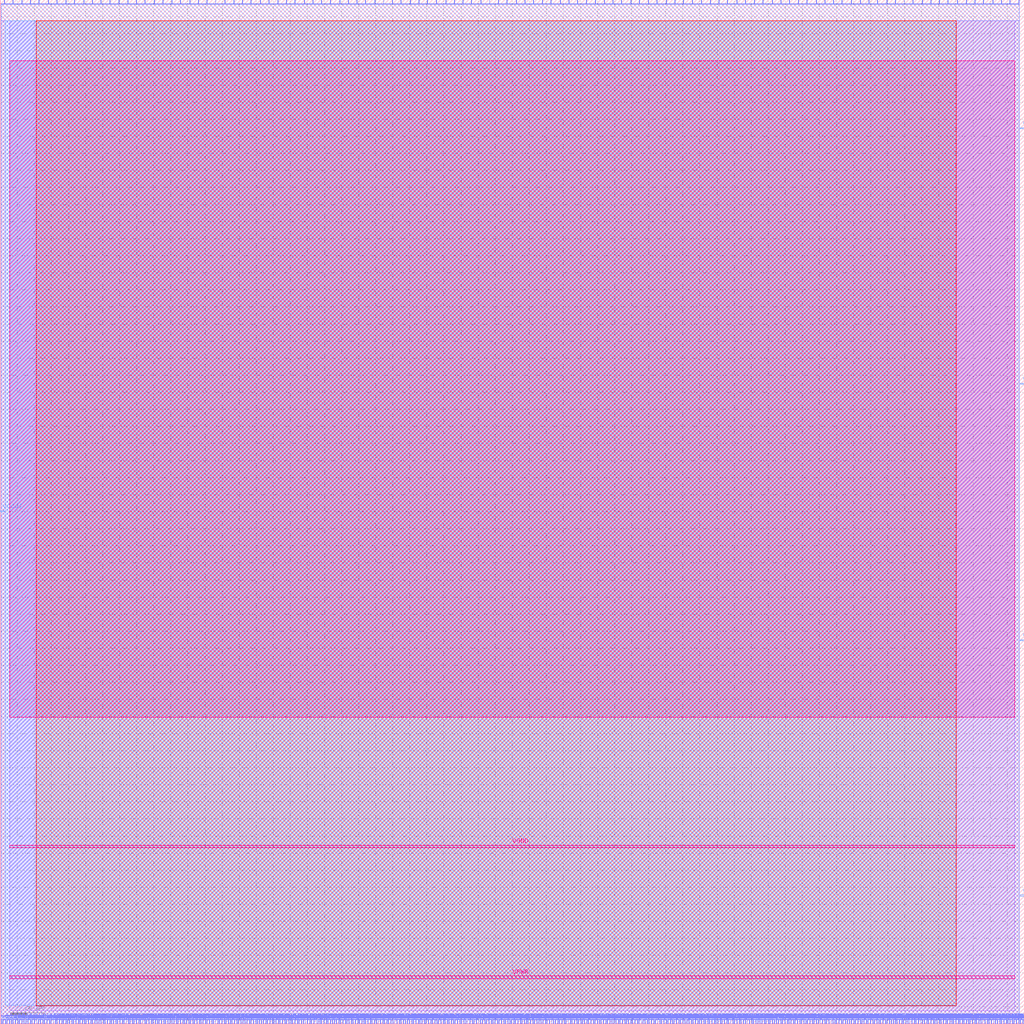
<source format=lef>
VERSION 5.7 ;
  NOWIREEXTENSIONATPIN ON ;
  DIVIDERCHAR "/" ;
  BUSBITCHARS "[]" ;
MACRO user_proj_example
  CLASS BLOCK ;
  FOREIGN user_proj_example ;
  ORIGIN 0.000 0.000 ;
  SIZE 600.000 BY 600.000 ;
  PIN io_in[0]
    DIRECTION INPUT ;
    PORT
      LAYER met2 ;
        RECT 2.390 597.600 2.670 600.000 ;
    END
  END io_in[0]
  PIN io_in[10]
    DIRECTION INPUT ;
    PORT
      LAYER met2 ;
        RECT 157.410 597.600 157.690 600.000 ;
    END
  END io_in[10]
  PIN io_in[11]
    DIRECTION INPUT ;
    PORT
      LAYER met2 ;
        RECT 172.590 597.600 172.870 600.000 ;
    END
  END io_in[11]
  PIN io_in[12]
    DIRECTION INPUT ;
    PORT
      LAYER met2 ;
        RECT 188.230 597.600 188.510 600.000 ;
    END
  END io_in[12]
  PIN io_in[13]
    DIRECTION INPUT ;
    PORT
      LAYER met2 ;
        RECT 203.870 597.600 204.150 600.000 ;
    END
  END io_in[13]
  PIN io_in[14]
    DIRECTION INPUT ;
    PORT
      LAYER met2 ;
        RECT 219.510 597.600 219.790 600.000 ;
    END
  END io_in[14]
  PIN io_in[15]
    DIRECTION INPUT ;
    PORT
      LAYER met2 ;
        RECT 234.690 597.600 234.970 600.000 ;
    END
  END io_in[15]
  PIN io_in[16]
    DIRECTION INPUT ;
    PORT
      LAYER met2 ;
        RECT 250.330 597.600 250.610 600.000 ;
    END
  END io_in[16]
  PIN io_in[17]
    DIRECTION INPUT ;
    PORT
      LAYER met2 ;
        RECT 265.970 597.600 266.250 600.000 ;
    END
  END io_in[17]
  PIN io_in[18]
    DIRECTION INPUT ;
    PORT
      LAYER met2 ;
        RECT 281.610 597.600 281.890 600.000 ;
    END
  END io_in[18]
  PIN io_in[19]
    DIRECTION INPUT ;
    PORT
      LAYER met2 ;
        RECT 296.790 597.600 297.070 600.000 ;
    END
  END io_in[19]
  PIN io_in[1]
    DIRECTION INPUT ;
    PORT
      LAYER met2 ;
        RECT 17.570 597.600 17.850 600.000 ;
    END
  END io_in[1]
  PIN io_in[20]
    DIRECTION INPUT ;
    PORT
      LAYER met2 ;
        RECT 312.430 597.600 312.710 600.000 ;
    END
  END io_in[20]
  PIN io_in[21]
    DIRECTION INPUT ;
    PORT
      LAYER met2 ;
        RECT 328.070 597.600 328.350 600.000 ;
    END
  END io_in[21]
  PIN io_in[22]
    DIRECTION INPUT ;
    PORT
      LAYER met2 ;
        RECT 343.250 597.600 343.530 600.000 ;
    END
  END io_in[22]
  PIN io_in[23]
    DIRECTION INPUT ;
    PORT
      LAYER met2 ;
        RECT 358.890 597.600 359.170 600.000 ;
    END
  END io_in[23]
  PIN io_in[24]
    DIRECTION INPUT ;
    PORT
      LAYER met2 ;
        RECT 374.530 597.600 374.810 600.000 ;
    END
  END io_in[24]
  PIN io_in[25]
    DIRECTION INPUT ;
    PORT
      LAYER met2 ;
        RECT 390.170 597.600 390.450 600.000 ;
    END
  END io_in[25]
  PIN io_in[26]
    DIRECTION INPUT ;
    PORT
      LAYER met2 ;
        RECT 405.350 597.600 405.630 600.000 ;
    END
  END io_in[26]
  PIN io_in[27]
    DIRECTION INPUT ;
    PORT
      LAYER met2 ;
        RECT 420.990 597.600 421.270 600.000 ;
    END
  END io_in[27]
  PIN io_in[28]
    DIRECTION INPUT ;
    PORT
      LAYER met2 ;
        RECT 436.630 597.600 436.910 600.000 ;
    END
  END io_in[28]
  PIN io_in[29]
    DIRECTION INPUT ;
    PORT
      LAYER met2 ;
        RECT 452.270 597.600 452.550 600.000 ;
    END
  END io_in[29]
  PIN io_in[2]
    DIRECTION INPUT ;
    PORT
      LAYER met2 ;
        RECT 33.210 597.600 33.490 600.000 ;
    END
  END io_in[2]
  PIN io_in[30]
    DIRECTION INPUT ;
    PORT
      LAYER met2 ;
        RECT 467.450 597.600 467.730 600.000 ;
    END
  END io_in[30]
  PIN io_in[31]
    DIRECTION INPUT ;
    PORT
      LAYER met2 ;
        RECT 483.090 597.600 483.370 600.000 ;
    END
  END io_in[31]
  PIN io_in[32]
    DIRECTION INPUT ;
    PORT
      LAYER met2 ;
        RECT 498.730 597.600 499.010 600.000 ;
    END
  END io_in[32]
  PIN io_in[33]
    DIRECTION INPUT ;
    PORT
      LAYER met2 ;
        RECT 513.910 597.600 514.190 600.000 ;
    END
  END io_in[33]
  PIN io_in[34]
    DIRECTION INPUT ;
    PORT
      LAYER met2 ;
        RECT 529.550 597.600 529.830 600.000 ;
    END
  END io_in[34]
  PIN io_in[35]
    DIRECTION INPUT ;
    PORT
      LAYER met2 ;
        RECT 545.190 597.600 545.470 600.000 ;
    END
  END io_in[35]
  PIN io_in[36]
    DIRECTION INPUT ;
    PORT
      LAYER met2 ;
        RECT 560.830 597.600 561.110 600.000 ;
    END
  END io_in[36]
  PIN io_in[37]
    DIRECTION INPUT ;
    PORT
      LAYER met2 ;
        RECT 576.010 597.600 576.290 600.000 ;
    END
  END io_in[37]
  PIN io_in[3]
    DIRECTION INPUT ;
    PORT
      LAYER met2 ;
        RECT 48.850 597.600 49.130 600.000 ;
    END
  END io_in[3]
  PIN io_in[4]
    DIRECTION INPUT ;
    PORT
      LAYER met2 ;
        RECT 64.030 597.600 64.310 600.000 ;
    END
  END io_in[4]
  PIN io_in[5]
    DIRECTION INPUT ;
    PORT
      LAYER met2 ;
        RECT 79.670 597.600 79.950 600.000 ;
    END
  END io_in[5]
  PIN io_in[6]
    DIRECTION INPUT ;
    PORT
      LAYER met2 ;
        RECT 95.310 597.600 95.590 600.000 ;
    END
  END io_in[6]
  PIN io_in[7]
    DIRECTION INPUT ;
    PORT
      LAYER met2 ;
        RECT 110.950 597.600 111.230 600.000 ;
    END
  END io_in[7]
  PIN io_in[8]
    DIRECTION INPUT ;
    PORT
      LAYER met2 ;
        RECT 126.130 597.600 126.410 600.000 ;
    END
  END io_in[8]
  PIN io_in[9]
    DIRECTION INPUT ;
    PORT
      LAYER met2 ;
        RECT 141.770 597.600 142.050 600.000 ;
    END
  END io_in[9]
  PIN io_oeb[0]
    DIRECTION OUTPUT TRISTATE ;
    PORT
      LAYER met2 ;
        RECT 7.450 597.600 7.730 600.000 ;
    END
  END io_oeb[0]
  PIN io_oeb[10]
    DIRECTION OUTPUT TRISTATE ;
    PORT
      LAYER met2 ;
        RECT 162.470 597.600 162.750 600.000 ;
    END
  END io_oeb[10]
  PIN io_oeb[11]
    DIRECTION OUTPUT TRISTATE ;
    PORT
      LAYER met2 ;
        RECT 178.110 597.600 178.390 600.000 ;
    END
  END io_oeb[11]
  PIN io_oeb[12]
    DIRECTION OUTPUT TRISTATE ;
    PORT
      LAYER met2 ;
        RECT 193.290 597.600 193.570 600.000 ;
    END
  END io_oeb[12]
  PIN io_oeb[13]
    DIRECTION OUTPUT TRISTATE ;
    PORT
      LAYER met2 ;
        RECT 208.930 597.600 209.210 600.000 ;
    END
  END io_oeb[13]
  PIN io_oeb[14]
    DIRECTION OUTPUT TRISTATE ;
    PORT
      LAYER met2 ;
        RECT 224.570 597.600 224.850 600.000 ;
    END
  END io_oeb[14]
  PIN io_oeb[15]
    DIRECTION OUTPUT TRISTATE ;
    PORT
      LAYER met2 ;
        RECT 240.210 597.600 240.490 600.000 ;
    END
  END io_oeb[15]
  PIN io_oeb[16]
    DIRECTION OUTPUT TRISTATE ;
    PORT
      LAYER met2 ;
        RECT 255.390 597.600 255.670 600.000 ;
    END
  END io_oeb[16]
  PIN io_oeb[17]
    DIRECTION OUTPUT TRISTATE ;
    PORT
      LAYER met2 ;
        RECT 271.030 597.600 271.310 600.000 ;
    END
  END io_oeb[17]
  PIN io_oeb[18]
    DIRECTION OUTPUT TRISTATE ;
    PORT
      LAYER met2 ;
        RECT 286.670 597.600 286.950 600.000 ;
    END
  END io_oeb[18]
  PIN io_oeb[19]
    DIRECTION OUTPUT TRISTATE ;
    PORT
      LAYER met2 ;
        RECT 302.310 597.600 302.590 600.000 ;
    END
  END io_oeb[19]
  PIN io_oeb[1]
    DIRECTION OUTPUT TRISTATE ;
    PORT
      LAYER met2 ;
        RECT 22.630 597.600 22.910 600.000 ;
    END
  END io_oeb[1]
  PIN io_oeb[20]
    DIRECTION OUTPUT TRISTATE ;
    PORT
      LAYER met2 ;
        RECT 317.490 597.600 317.770 600.000 ;
    END
  END io_oeb[20]
  PIN io_oeb[21]
    DIRECTION OUTPUT TRISTATE ;
    PORT
      LAYER met2 ;
        RECT 333.130 597.600 333.410 600.000 ;
    END
  END io_oeb[21]
  PIN io_oeb[22]
    DIRECTION OUTPUT TRISTATE ;
    PORT
      LAYER met2 ;
        RECT 348.770 597.600 349.050 600.000 ;
    END
  END io_oeb[22]
  PIN io_oeb[23]
    DIRECTION OUTPUT TRISTATE ;
    PORT
      LAYER met2 ;
        RECT 363.950 597.600 364.230 600.000 ;
    END
  END io_oeb[23]
  PIN io_oeb[24]
    DIRECTION OUTPUT TRISTATE ;
    PORT
      LAYER met2 ;
        RECT 379.590 597.600 379.870 600.000 ;
    END
  END io_oeb[24]
  PIN io_oeb[25]
    DIRECTION OUTPUT TRISTATE ;
    PORT
      LAYER met2 ;
        RECT 395.230 597.600 395.510 600.000 ;
    END
  END io_oeb[25]
  PIN io_oeb[26]
    DIRECTION OUTPUT TRISTATE ;
    PORT
      LAYER met2 ;
        RECT 410.870 597.600 411.150 600.000 ;
    END
  END io_oeb[26]
  PIN io_oeb[27]
    DIRECTION OUTPUT TRISTATE ;
    PORT
      LAYER met2 ;
        RECT 426.050 597.600 426.330 600.000 ;
    END
  END io_oeb[27]
  PIN io_oeb[28]
    DIRECTION OUTPUT TRISTATE ;
    PORT
      LAYER met2 ;
        RECT 441.690 597.600 441.970 600.000 ;
    END
  END io_oeb[28]
  PIN io_oeb[29]
    DIRECTION OUTPUT TRISTATE ;
    PORT
      LAYER met2 ;
        RECT 457.330 597.600 457.610 600.000 ;
    END
  END io_oeb[29]
  PIN io_oeb[2]
    DIRECTION OUTPUT TRISTATE ;
    PORT
      LAYER met2 ;
        RECT 38.270 597.600 38.550 600.000 ;
    END
  END io_oeb[2]
  PIN io_oeb[30]
    DIRECTION OUTPUT TRISTATE ;
    PORT
      LAYER met2 ;
        RECT 472.510 597.600 472.790 600.000 ;
    END
  END io_oeb[30]
  PIN io_oeb[31]
    DIRECTION OUTPUT TRISTATE ;
    PORT
      LAYER met2 ;
        RECT 488.150 597.600 488.430 600.000 ;
    END
  END io_oeb[31]
  PIN io_oeb[32]
    DIRECTION OUTPUT TRISTATE ;
    PORT
      LAYER met2 ;
        RECT 503.790 597.600 504.070 600.000 ;
    END
  END io_oeb[32]
  PIN io_oeb[33]
    DIRECTION OUTPUT TRISTATE ;
    PORT
      LAYER met2 ;
        RECT 519.430 597.600 519.710 600.000 ;
    END
  END io_oeb[33]
  PIN io_oeb[34]
    DIRECTION OUTPUT TRISTATE ;
    PORT
      LAYER met2 ;
        RECT 534.610 597.600 534.890 600.000 ;
    END
  END io_oeb[34]
  PIN io_oeb[35]
    DIRECTION OUTPUT TRISTATE ;
    PORT
      LAYER met2 ;
        RECT 550.250 597.600 550.530 600.000 ;
    END
  END io_oeb[35]
  PIN io_oeb[36]
    DIRECTION OUTPUT TRISTATE ;
    PORT
      LAYER met2 ;
        RECT 565.890 597.600 566.170 600.000 ;
    END
  END io_oeb[36]
  PIN io_oeb[37]
    DIRECTION OUTPUT TRISTATE ;
    PORT
      LAYER met2 ;
        RECT 581.530 597.600 581.810 600.000 ;
    END
  END io_oeb[37]
  PIN io_oeb[3]
    DIRECTION OUTPUT TRISTATE ;
    PORT
      LAYER met2 ;
        RECT 53.910 597.600 54.190 600.000 ;
    END
  END io_oeb[3]
  PIN io_oeb[4]
    DIRECTION OUTPUT TRISTATE ;
    PORT
      LAYER met2 ;
        RECT 69.550 597.600 69.830 600.000 ;
    END
  END io_oeb[4]
  PIN io_oeb[5]
    DIRECTION OUTPUT TRISTATE ;
    PORT
      LAYER met2 ;
        RECT 84.730 597.600 85.010 600.000 ;
    END
  END io_oeb[5]
  PIN io_oeb[6]
    DIRECTION OUTPUT TRISTATE ;
    PORT
      LAYER met2 ;
        RECT 100.370 597.600 100.650 600.000 ;
    END
  END io_oeb[6]
  PIN io_oeb[7]
    DIRECTION OUTPUT TRISTATE ;
    PORT
      LAYER met2 ;
        RECT 116.010 597.600 116.290 600.000 ;
    END
  END io_oeb[7]
  PIN io_oeb[8]
    DIRECTION OUTPUT TRISTATE ;
    PORT
      LAYER met2 ;
        RECT 131.650 597.600 131.930 600.000 ;
    END
  END io_oeb[8]
  PIN io_oeb[9]
    DIRECTION OUTPUT TRISTATE ;
    PORT
      LAYER met2 ;
        RECT 146.830 597.600 147.110 600.000 ;
    END
  END io_oeb[9]
  PIN io_out[0]
    DIRECTION OUTPUT TRISTATE ;
    PORT
      LAYER met2 ;
        RECT 12.510 597.600 12.790 600.000 ;
    END
  END io_out[0]
  PIN io_out[10]
    DIRECTION OUTPUT TRISTATE ;
    PORT
      LAYER met2 ;
        RECT 167.530 597.600 167.810 600.000 ;
    END
  END io_out[10]
  PIN io_out[11]
    DIRECTION OUTPUT TRISTATE ;
    PORT
      LAYER met2 ;
        RECT 183.170 597.600 183.450 600.000 ;
    END
  END io_out[11]
  PIN io_out[12]
    DIRECTION OUTPUT TRISTATE ;
    PORT
      LAYER met2 ;
        RECT 198.810 597.600 199.090 600.000 ;
    END
  END io_out[12]
  PIN io_out[13]
    DIRECTION OUTPUT TRISTATE ;
    PORT
      LAYER met2 ;
        RECT 213.990 597.600 214.270 600.000 ;
    END
  END io_out[13]
  PIN io_out[14]
    DIRECTION OUTPUT TRISTATE ;
    PORT
      LAYER met2 ;
        RECT 229.630 597.600 229.910 600.000 ;
    END
  END io_out[14]
  PIN io_out[15]
    DIRECTION OUTPUT TRISTATE ;
    PORT
      LAYER met2 ;
        RECT 245.270 597.600 245.550 600.000 ;
    END
  END io_out[15]
  PIN io_out[16]
    DIRECTION OUTPUT TRISTATE ;
    PORT
      LAYER met2 ;
        RECT 260.910 597.600 261.190 600.000 ;
    END
  END io_out[16]
  PIN io_out[17]
    DIRECTION OUTPUT TRISTATE ;
    PORT
      LAYER met2 ;
        RECT 276.090 597.600 276.370 600.000 ;
    END
  END io_out[17]
  PIN io_out[18]
    DIRECTION OUTPUT TRISTATE ;
    PORT
      LAYER met2 ;
        RECT 291.730 597.600 292.010 600.000 ;
    END
  END io_out[18]
  PIN io_out[19]
    DIRECTION OUTPUT TRISTATE ;
    PORT
      LAYER met2 ;
        RECT 307.370 597.600 307.650 600.000 ;
    END
  END io_out[19]
  PIN io_out[1]
    DIRECTION OUTPUT TRISTATE ;
    PORT
      LAYER met2 ;
        RECT 28.150 597.600 28.430 600.000 ;
    END
  END io_out[1]
  PIN io_out[20]
    DIRECTION OUTPUT TRISTATE ;
    PORT
      LAYER met2 ;
        RECT 322.550 597.600 322.830 600.000 ;
    END
  END io_out[20]
  PIN io_out[21]
    DIRECTION OUTPUT TRISTATE ;
    PORT
      LAYER met2 ;
        RECT 338.190 597.600 338.470 600.000 ;
    END
  END io_out[21]
  PIN io_out[22]
    DIRECTION OUTPUT TRISTATE ;
    PORT
      LAYER met2 ;
        RECT 353.830 597.600 354.110 600.000 ;
    END
  END io_out[22]
  PIN io_out[23]
    DIRECTION OUTPUT TRISTATE ;
    PORT
      LAYER met2 ;
        RECT 369.470 597.600 369.750 600.000 ;
    END
  END io_out[23]
  PIN io_out[24]
    DIRECTION OUTPUT TRISTATE ;
    PORT
      LAYER met2 ;
        RECT 384.650 597.600 384.930 600.000 ;
    END
  END io_out[24]
  PIN io_out[25]
    DIRECTION OUTPUT TRISTATE ;
    PORT
      LAYER met2 ;
        RECT 400.290 597.600 400.570 600.000 ;
    END
  END io_out[25]
  PIN io_out[26]
    DIRECTION OUTPUT TRISTATE ;
    PORT
      LAYER met2 ;
        RECT 415.930 597.600 416.210 600.000 ;
    END
  END io_out[26]
  PIN io_out[27]
    DIRECTION OUTPUT TRISTATE ;
    PORT
      LAYER met2 ;
        RECT 431.570 597.600 431.850 600.000 ;
    END
  END io_out[27]
  PIN io_out[28]
    DIRECTION OUTPUT TRISTATE ;
    PORT
      LAYER met2 ;
        RECT 446.750 597.600 447.030 600.000 ;
    END
  END io_out[28]
  PIN io_out[29]
    DIRECTION OUTPUT TRISTATE ;
    PORT
      LAYER met2 ;
        RECT 462.390 597.600 462.670 600.000 ;
    END
  END io_out[29]
  PIN io_out[2]
    DIRECTION OUTPUT TRISTATE ;
    PORT
      LAYER met2 ;
        RECT 43.330 597.600 43.610 600.000 ;
    END
  END io_out[2]
  PIN io_out[30]
    DIRECTION OUTPUT TRISTATE ;
    PORT
      LAYER met2 ;
        RECT 478.030 597.600 478.310 600.000 ;
    END
  END io_out[30]
  PIN io_out[31]
    DIRECTION OUTPUT TRISTATE ;
    PORT
      LAYER met2 ;
        RECT 493.210 597.600 493.490 600.000 ;
    END
  END io_out[31]
  PIN io_out[32]
    DIRECTION OUTPUT TRISTATE ;
    PORT
      LAYER met2 ;
        RECT 508.850 597.600 509.130 600.000 ;
    END
  END io_out[32]
  PIN io_out[33]
    DIRECTION OUTPUT TRISTATE ;
    PORT
      LAYER met2 ;
        RECT 524.490 597.600 524.770 600.000 ;
    END
  END io_out[33]
  PIN io_out[34]
    DIRECTION OUTPUT TRISTATE ;
    PORT
      LAYER met2 ;
        RECT 540.130 597.600 540.410 600.000 ;
    END
  END io_out[34]
  PIN io_out[35]
    DIRECTION OUTPUT TRISTATE ;
    PORT
      LAYER met2 ;
        RECT 555.310 597.600 555.590 600.000 ;
    END
  END io_out[35]
  PIN io_out[36]
    DIRECTION OUTPUT TRISTATE ;
    PORT
      LAYER met2 ;
        RECT 570.950 597.600 571.230 600.000 ;
    END
  END io_out[36]
  PIN io_out[37]
    DIRECTION OUTPUT TRISTATE ;
    PORT
      LAYER met2 ;
        RECT 586.590 597.600 586.870 600.000 ;
    END
  END io_out[37]
  PIN io_out[3]
    DIRECTION OUTPUT TRISTATE ;
    PORT
      LAYER met2 ;
        RECT 58.970 597.600 59.250 600.000 ;
    END
  END io_out[3]
  PIN io_out[4]
    DIRECTION OUTPUT TRISTATE ;
    PORT
      LAYER met2 ;
        RECT 74.610 597.600 74.890 600.000 ;
    END
  END io_out[4]
  PIN io_out[5]
    DIRECTION OUTPUT TRISTATE ;
    PORT
      LAYER met2 ;
        RECT 90.250 597.600 90.530 600.000 ;
    END
  END io_out[5]
  PIN io_out[6]
    DIRECTION OUTPUT TRISTATE ;
    PORT
      LAYER met2 ;
        RECT 105.430 597.600 105.710 600.000 ;
    END
  END io_out[6]
  PIN io_out[7]
    DIRECTION OUTPUT TRISTATE ;
    PORT
      LAYER met2 ;
        RECT 121.070 597.600 121.350 600.000 ;
    END
  END io_out[7]
  PIN io_out[8]
    DIRECTION OUTPUT TRISTATE ;
    PORT
      LAYER met2 ;
        RECT 136.710 597.600 136.990 600.000 ;
    END
  END io_out[8]
  PIN io_out[9]
    DIRECTION OUTPUT TRISTATE ;
    PORT
      LAYER met2 ;
        RECT 152.350 597.600 152.630 600.000 ;
    END
  END io_out[9]
  PIN la_data_in[0]
    DIRECTION INPUT ;
    PORT
      LAYER met2 ;
        RECT 129.810 0.000 130.090 2.400 ;
    END
  END la_data_in[0]
  PIN la_data_in[100]
    DIRECTION INPUT ;
    PORT
      LAYER met2 ;
        RECT 496.430 0.000 496.710 2.400 ;
    END
  END la_data_in[100]
  PIN la_data_in[101]
    DIRECTION INPUT ;
    PORT
      LAYER met2 ;
        RECT 500.110 0.000 500.390 2.400 ;
    END
  END la_data_in[101]
  PIN la_data_in[102]
    DIRECTION INPUT ;
    PORT
      LAYER met2 ;
        RECT 503.790 0.000 504.070 2.400 ;
    END
  END la_data_in[102]
  PIN la_data_in[103]
    DIRECTION INPUT ;
    PORT
      LAYER met2 ;
        RECT 507.470 0.000 507.750 2.400 ;
    END
  END la_data_in[103]
  PIN la_data_in[104]
    DIRECTION INPUT ;
    PORT
      LAYER met2 ;
        RECT 511.150 0.000 511.430 2.400 ;
    END
  END la_data_in[104]
  PIN la_data_in[105]
    DIRECTION INPUT ;
    PORT
      LAYER met2 ;
        RECT 514.830 0.000 515.110 2.400 ;
    END
  END la_data_in[105]
  PIN la_data_in[106]
    DIRECTION INPUT ;
    PORT
      LAYER met2 ;
        RECT 518.510 0.000 518.790 2.400 ;
    END
  END la_data_in[106]
  PIN la_data_in[107]
    DIRECTION INPUT ;
    PORT
      LAYER met2 ;
        RECT 522.190 0.000 522.470 2.400 ;
    END
  END la_data_in[107]
  PIN la_data_in[108]
    DIRECTION INPUT ;
    PORT
      LAYER met2 ;
        RECT 525.410 0.000 525.690 2.400 ;
    END
  END la_data_in[108]
  PIN la_data_in[109]
    DIRECTION INPUT ;
    PORT
      LAYER met2 ;
        RECT 529.090 0.000 529.370 2.400 ;
    END
  END la_data_in[109]
  PIN la_data_in[10]
    DIRECTION INPUT ;
    PORT
      LAYER met2 ;
        RECT 166.610 0.000 166.890 2.400 ;
    END
  END la_data_in[10]
  PIN la_data_in[110]
    DIRECTION INPUT ;
    PORT
      LAYER met2 ;
        RECT 532.770 0.000 533.050 2.400 ;
    END
  END la_data_in[110]
  PIN la_data_in[111]
    DIRECTION INPUT ;
    PORT
      LAYER met2 ;
        RECT 536.450 0.000 536.730 2.400 ;
    END
  END la_data_in[111]
  PIN la_data_in[112]
    DIRECTION INPUT ;
    PORT
      LAYER met2 ;
        RECT 540.130 0.000 540.410 2.400 ;
    END
  END la_data_in[112]
  PIN la_data_in[113]
    DIRECTION INPUT ;
    PORT
      LAYER met2 ;
        RECT 543.810 0.000 544.090 2.400 ;
    END
  END la_data_in[113]
  PIN la_data_in[114]
    DIRECTION INPUT ;
    PORT
      LAYER met2 ;
        RECT 547.490 0.000 547.770 2.400 ;
    END
  END la_data_in[114]
  PIN la_data_in[115]
    DIRECTION INPUT ;
    PORT
      LAYER met2 ;
        RECT 551.170 0.000 551.450 2.400 ;
    END
  END la_data_in[115]
  PIN la_data_in[116]
    DIRECTION INPUT ;
    PORT
      LAYER met2 ;
        RECT 554.850 0.000 555.130 2.400 ;
    END
  END la_data_in[116]
  PIN la_data_in[117]
    DIRECTION INPUT ;
    PORT
      LAYER met2 ;
        RECT 558.530 0.000 558.810 2.400 ;
    END
  END la_data_in[117]
  PIN la_data_in[118]
    DIRECTION INPUT ;
    PORT
      LAYER met2 ;
        RECT 562.210 0.000 562.490 2.400 ;
    END
  END la_data_in[118]
  PIN la_data_in[119]
    DIRECTION INPUT ;
    PORT
      LAYER met2 ;
        RECT 565.890 0.000 566.170 2.400 ;
    END
  END la_data_in[119]
  PIN la_data_in[11]
    DIRECTION INPUT ;
    PORT
      LAYER met2 ;
        RECT 170.290 0.000 170.570 2.400 ;
    END
  END la_data_in[11]
  PIN la_data_in[120]
    DIRECTION INPUT ;
    PORT
      LAYER met2 ;
        RECT 569.570 0.000 569.850 2.400 ;
    END
  END la_data_in[120]
  PIN la_data_in[121]
    DIRECTION INPUT ;
    PORT
      LAYER met2 ;
        RECT 573.250 0.000 573.530 2.400 ;
    END
  END la_data_in[121]
  PIN la_data_in[122]
    DIRECTION INPUT ;
    PORT
      LAYER met2 ;
        RECT 576.930 0.000 577.210 2.400 ;
    END
  END la_data_in[122]
  PIN la_data_in[123]
    DIRECTION INPUT ;
    PORT
      LAYER met2 ;
        RECT 580.610 0.000 580.890 2.400 ;
    END
  END la_data_in[123]
  PIN la_data_in[124]
    DIRECTION INPUT ;
    PORT
      LAYER met2 ;
        RECT 584.290 0.000 584.570 2.400 ;
    END
  END la_data_in[124]
  PIN la_data_in[125]
    DIRECTION INPUT ;
    PORT
      LAYER met2 ;
        RECT 587.970 0.000 588.250 2.400 ;
    END
  END la_data_in[125]
  PIN la_data_in[126]
    DIRECTION INPUT ;
    PORT
      LAYER met2 ;
        RECT 591.650 0.000 591.930 2.400 ;
    END
  END la_data_in[126]
  PIN la_data_in[127]
    DIRECTION INPUT ;
    PORT
      LAYER met2 ;
        RECT 595.330 0.000 595.610 2.400 ;
    END
  END la_data_in[127]
  PIN la_data_in[12]
    DIRECTION INPUT ;
    PORT
      LAYER met2 ;
        RECT 173.970 0.000 174.250 2.400 ;
    END
  END la_data_in[12]
  PIN la_data_in[13]
    DIRECTION INPUT ;
    PORT
      LAYER met2 ;
        RECT 177.650 0.000 177.930 2.400 ;
    END
  END la_data_in[13]
  PIN la_data_in[14]
    DIRECTION INPUT ;
    PORT
      LAYER met2 ;
        RECT 181.330 0.000 181.610 2.400 ;
    END
  END la_data_in[14]
  PIN la_data_in[15]
    DIRECTION INPUT ;
    PORT
      LAYER met2 ;
        RECT 185.010 0.000 185.290 2.400 ;
    END
  END la_data_in[15]
  PIN la_data_in[16]
    DIRECTION INPUT ;
    PORT
      LAYER met2 ;
        RECT 188.230 0.000 188.510 2.400 ;
    END
  END la_data_in[16]
  PIN la_data_in[17]
    DIRECTION INPUT ;
    PORT
      LAYER met2 ;
        RECT 191.910 0.000 192.190 2.400 ;
    END
  END la_data_in[17]
  PIN la_data_in[18]
    DIRECTION INPUT ;
    PORT
      LAYER met2 ;
        RECT 195.590 0.000 195.870 2.400 ;
    END
  END la_data_in[18]
  PIN la_data_in[19]
    DIRECTION INPUT ;
    PORT
      LAYER met2 ;
        RECT 199.270 0.000 199.550 2.400 ;
    END
  END la_data_in[19]
  PIN la_data_in[1]
    DIRECTION INPUT ;
    PORT
      LAYER met2 ;
        RECT 133.490 0.000 133.770 2.400 ;
    END
  END la_data_in[1]
  PIN la_data_in[20]
    DIRECTION INPUT ;
    PORT
      LAYER met2 ;
        RECT 202.950 0.000 203.230 2.400 ;
    END
  END la_data_in[20]
  PIN la_data_in[21]
    DIRECTION INPUT ;
    PORT
      LAYER met2 ;
        RECT 206.630 0.000 206.910 2.400 ;
    END
  END la_data_in[21]
  PIN la_data_in[22]
    DIRECTION INPUT ;
    PORT
      LAYER met2 ;
        RECT 210.310 0.000 210.590 2.400 ;
    END
  END la_data_in[22]
  PIN la_data_in[23]
    DIRECTION INPUT ;
    PORT
      LAYER met2 ;
        RECT 213.990 0.000 214.270 2.400 ;
    END
  END la_data_in[23]
  PIN la_data_in[24]
    DIRECTION INPUT ;
    PORT
      LAYER met2 ;
        RECT 217.670 0.000 217.950 2.400 ;
    END
  END la_data_in[24]
  PIN la_data_in[25]
    DIRECTION INPUT ;
    PORT
      LAYER met2 ;
        RECT 221.350 0.000 221.630 2.400 ;
    END
  END la_data_in[25]
  PIN la_data_in[26]
    DIRECTION INPUT ;
    PORT
      LAYER met2 ;
        RECT 225.030 0.000 225.310 2.400 ;
    END
  END la_data_in[26]
  PIN la_data_in[27]
    DIRECTION INPUT ;
    PORT
      LAYER met2 ;
        RECT 228.710 0.000 228.990 2.400 ;
    END
  END la_data_in[27]
  PIN la_data_in[28]
    DIRECTION INPUT ;
    PORT
      LAYER met2 ;
        RECT 232.390 0.000 232.670 2.400 ;
    END
  END la_data_in[28]
  PIN la_data_in[29]
    DIRECTION INPUT ;
    PORT
      LAYER met2 ;
        RECT 236.070 0.000 236.350 2.400 ;
    END
  END la_data_in[29]
  PIN la_data_in[2]
    DIRECTION INPUT ;
    PORT
      LAYER met2 ;
        RECT 137.170 0.000 137.450 2.400 ;
    END
  END la_data_in[2]
  PIN la_data_in[30]
    DIRECTION INPUT ;
    PORT
      LAYER met2 ;
        RECT 239.750 0.000 240.030 2.400 ;
    END
  END la_data_in[30]
  PIN la_data_in[31]
    DIRECTION INPUT ;
    PORT
      LAYER met2 ;
        RECT 243.430 0.000 243.710 2.400 ;
    END
  END la_data_in[31]
  PIN la_data_in[32]
    DIRECTION INPUT ;
    PORT
      LAYER met2 ;
        RECT 247.110 0.000 247.390 2.400 ;
    END
  END la_data_in[32]
  PIN la_data_in[33]
    DIRECTION INPUT ;
    PORT
      LAYER met2 ;
        RECT 250.790 0.000 251.070 2.400 ;
    END
  END la_data_in[33]
  PIN la_data_in[34]
    DIRECTION INPUT ;
    PORT
      LAYER met2 ;
        RECT 254.470 0.000 254.750 2.400 ;
    END
  END la_data_in[34]
  PIN la_data_in[35]
    DIRECTION INPUT ;
    PORT
      LAYER met2 ;
        RECT 258.150 0.000 258.430 2.400 ;
    END
  END la_data_in[35]
  PIN la_data_in[36]
    DIRECTION INPUT ;
    PORT
      LAYER met2 ;
        RECT 261.830 0.000 262.110 2.400 ;
    END
  END la_data_in[36]
  PIN la_data_in[37]
    DIRECTION INPUT ;
    PORT
      LAYER met2 ;
        RECT 265.510 0.000 265.790 2.400 ;
    END
  END la_data_in[37]
  PIN la_data_in[38]
    DIRECTION INPUT ;
    PORT
      LAYER met2 ;
        RECT 269.190 0.000 269.470 2.400 ;
    END
  END la_data_in[38]
  PIN la_data_in[39]
    DIRECTION INPUT ;
    PORT
      LAYER met2 ;
        RECT 272.870 0.000 273.150 2.400 ;
    END
  END la_data_in[39]
  PIN la_data_in[3]
    DIRECTION INPUT ;
    PORT
      LAYER met2 ;
        RECT 140.850 0.000 141.130 2.400 ;
    END
  END la_data_in[3]
  PIN la_data_in[40]
    DIRECTION INPUT ;
    PORT
      LAYER met2 ;
        RECT 276.550 0.000 276.830 2.400 ;
    END
  END la_data_in[40]
  PIN la_data_in[41]
    DIRECTION INPUT ;
    PORT
      LAYER met2 ;
        RECT 280.230 0.000 280.510 2.400 ;
    END
  END la_data_in[41]
  PIN la_data_in[42]
    DIRECTION INPUT ;
    PORT
      LAYER met2 ;
        RECT 283.910 0.000 284.190 2.400 ;
    END
  END la_data_in[42]
  PIN la_data_in[43]
    DIRECTION INPUT ;
    PORT
      LAYER met2 ;
        RECT 287.590 0.000 287.870 2.400 ;
    END
  END la_data_in[43]
  PIN la_data_in[44]
    DIRECTION INPUT ;
    PORT
      LAYER met2 ;
        RECT 291.270 0.000 291.550 2.400 ;
    END
  END la_data_in[44]
  PIN la_data_in[45]
    DIRECTION INPUT ;
    PORT
      LAYER met2 ;
        RECT 294.950 0.000 295.230 2.400 ;
    END
  END la_data_in[45]
  PIN la_data_in[46]
    DIRECTION INPUT ;
    PORT
      LAYER met2 ;
        RECT 298.630 0.000 298.910 2.400 ;
    END
  END la_data_in[46]
  PIN la_data_in[47]
    DIRECTION INPUT ;
    PORT
      LAYER met2 ;
        RECT 301.850 0.000 302.130 2.400 ;
    END
  END la_data_in[47]
  PIN la_data_in[48]
    DIRECTION INPUT ;
    PORT
      LAYER met2 ;
        RECT 305.530 0.000 305.810 2.400 ;
    END
  END la_data_in[48]
  PIN la_data_in[49]
    DIRECTION INPUT ;
    PORT
      LAYER met2 ;
        RECT 309.210 0.000 309.490 2.400 ;
    END
  END la_data_in[49]
  PIN la_data_in[4]
    DIRECTION INPUT ;
    PORT
      LAYER met2 ;
        RECT 144.530 0.000 144.810 2.400 ;
    END
  END la_data_in[4]
  PIN la_data_in[50]
    DIRECTION INPUT ;
    PORT
      LAYER met2 ;
        RECT 312.890 0.000 313.170 2.400 ;
    END
  END la_data_in[50]
  PIN la_data_in[51]
    DIRECTION INPUT ;
    PORT
      LAYER met2 ;
        RECT 316.570 0.000 316.850 2.400 ;
    END
  END la_data_in[51]
  PIN la_data_in[52]
    DIRECTION INPUT ;
    PORT
      LAYER met2 ;
        RECT 320.250 0.000 320.530 2.400 ;
    END
  END la_data_in[52]
  PIN la_data_in[53]
    DIRECTION INPUT ;
    PORT
      LAYER met2 ;
        RECT 323.930 0.000 324.210 2.400 ;
    END
  END la_data_in[53]
  PIN la_data_in[54]
    DIRECTION INPUT ;
    PORT
      LAYER met2 ;
        RECT 327.610 0.000 327.890 2.400 ;
    END
  END la_data_in[54]
  PIN la_data_in[55]
    DIRECTION INPUT ;
    PORT
      LAYER met2 ;
        RECT 331.290 0.000 331.570 2.400 ;
    END
  END la_data_in[55]
  PIN la_data_in[56]
    DIRECTION INPUT ;
    PORT
      LAYER met2 ;
        RECT 334.970 0.000 335.250 2.400 ;
    END
  END la_data_in[56]
  PIN la_data_in[57]
    DIRECTION INPUT ;
    PORT
      LAYER met2 ;
        RECT 338.650 0.000 338.930 2.400 ;
    END
  END la_data_in[57]
  PIN la_data_in[58]
    DIRECTION INPUT ;
    PORT
      LAYER met2 ;
        RECT 342.330 0.000 342.610 2.400 ;
    END
  END la_data_in[58]
  PIN la_data_in[59]
    DIRECTION INPUT ;
    PORT
      LAYER met2 ;
        RECT 346.010 0.000 346.290 2.400 ;
    END
  END la_data_in[59]
  PIN la_data_in[5]
    DIRECTION INPUT ;
    PORT
      LAYER met2 ;
        RECT 148.210 0.000 148.490 2.400 ;
    END
  END la_data_in[5]
  PIN la_data_in[60]
    DIRECTION INPUT ;
    PORT
      LAYER met2 ;
        RECT 349.690 0.000 349.970 2.400 ;
    END
  END la_data_in[60]
  PIN la_data_in[61]
    DIRECTION INPUT ;
    PORT
      LAYER met2 ;
        RECT 353.370 0.000 353.650 2.400 ;
    END
  END la_data_in[61]
  PIN la_data_in[62]
    DIRECTION INPUT ;
    PORT
      LAYER met2 ;
        RECT 357.050 0.000 357.330 2.400 ;
    END
  END la_data_in[62]
  PIN la_data_in[63]
    DIRECTION INPUT ;
    PORT
      LAYER met2 ;
        RECT 360.730 0.000 361.010 2.400 ;
    END
  END la_data_in[63]
  PIN la_data_in[64]
    DIRECTION INPUT ;
    PORT
      LAYER met2 ;
        RECT 364.410 0.000 364.690 2.400 ;
    END
  END la_data_in[64]
  PIN la_data_in[65]
    DIRECTION INPUT ;
    PORT
      LAYER met2 ;
        RECT 368.090 0.000 368.370 2.400 ;
    END
  END la_data_in[65]
  PIN la_data_in[66]
    DIRECTION INPUT ;
    PORT
      LAYER met2 ;
        RECT 371.770 0.000 372.050 2.400 ;
    END
  END la_data_in[66]
  PIN la_data_in[67]
    DIRECTION INPUT ;
    PORT
      LAYER met2 ;
        RECT 375.450 0.000 375.730 2.400 ;
    END
  END la_data_in[67]
  PIN la_data_in[68]
    DIRECTION INPUT ;
    PORT
      LAYER met2 ;
        RECT 379.130 0.000 379.410 2.400 ;
    END
  END la_data_in[68]
  PIN la_data_in[69]
    DIRECTION INPUT ;
    PORT
      LAYER met2 ;
        RECT 382.810 0.000 383.090 2.400 ;
    END
  END la_data_in[69]
  PIN la_data_in[6]
    DIRECTION INPUT ;
    PORT
      LAYER met2 ;
        RECT 151.890 0.000 152.170 2.400 ;
    END
  END la_data_in[6]
  PIN la_data_in[70]
    DIRECTION INPUT ;
    PORT
      LAYER met2 ;
        RECT 386.490 0.000 386.770 2.400 ;
    END
  END la_data_in[70]
  PIN la_data_in[71]
    DIRECTION INPUT ;
    PORT
      LAYER met2 ;
        RECT 390.170 0.000 390.450 2.400 ;
    END
  END la_data_in[71]
  PIN la_data_in[72]
    DIRECTION INPUT ;
    PORT
      LAYER met2 ;
        RECT 393.850 0.000 394.130 2.400 ;
    END
  END la_data_in[72]
  PIN la_data_in[73]
    DIRECTION INPUT ;
    PORT
      LAYER met2 ;
        RECT 397.530 0.000 397.810 2.400 ;
    END
  END la_data_in[73]
  PIN la_data_in[74]
    DIRECTION INPUT ;
    PORT
      LAYER met2 ;
        RECT 401.210 0.000 401.490 2.400 ;
    END
  END la_data_in[74]
  PIN la_data_in[75]
    DIRECTION INPUT ;
    PORT
      LAYER met2 ;
        RECT 404.890 0.000 405.170 2.400 ;
    END
  END la_data_in[75]
  PIN la_data_in[76]
    DIRECTION INPUT ;
    PORT
      LAYER met2 ;
        RECT 408.570 0.000 408.850 2.400 ;
    END
  END la_data_in[76]
  PIN la_data_in[77]
    DIRECTION INPUT ;
    PORT
      LAYER met2 ;
        RECT 412.250 0.000 412.530 2.400 ;
    END
  END la_data_in[77]
  PIN la_data_in[78]
    DIRECTION INPUT ;
    PORT
      LAYER met2 ;
        RECT 415.470 0.000 415.750 2.400 ;
    END
  END la_data_in[78]
  PIN la_data_in[79]
    DIRECTION INPUT ;
    PORT
      LAYER met2 ;
        RECT 419.150 0.000 419.430 2.400 ;
    END
  END la_data_in[79]
  PIN la_data_in[7]
    DIRECTION INPUT ;
    PORT
      LAYER met2 ;
        RECT 155.570 0.000 155.850 2.400 ;
    END
  END la_data_in[7]
  PIN la_data_in[80]
    DIRECTION INPUT ;
    PORT
      LAYER met2 ;
        RECT 422.830 0.000 423.110 2.400 ;
    END
  END la_data_in[80]
  PIN la_data_in[81]
    DIRECTION INPUT ;
    PORT
      LAYER met2 ;
        RECT 426.510 0.000 426.790 2.400 ;
    END
  END la_data_in[81]
  PIN la_data_in[82]
    DIRECTION INPUT ;
    PORT
      LAYER met2 ;
        RECT 430.190 0.000 430.470 2.400 ;
    END
  END la_data_in[82]
  PIN la_data_in[83]
    DIRECTION INPUT ;
    PORT
      LAYER met2 ;
        RECT 433.870 0.000 434.150 2.400 ;
    END
  END la_data_in[83]
  PIN la_data_in[84]
    DIRECTION INPUT ;
    PORT
      LAYER met2 ;
        RECT 437.550 0.000 437.830 2.400 ;
    END
  END la_data_in[84]
  PIN la_data_in[85]
    DIRECTION INPUT ;
    PORT
      LAYER met2 ;
        RECT 441.230 0.000 441.510 2.400 ;
    END
  END la_data_in[85]
  PIN la_data_in[86]
    DIRECTION INPUT ;
    PORT
      LAYER met2 ;
        RECT 444.910 0.000 445.190 2.400 ;
    END
  END la_data_in[86]
  PIN la_data_in[87]
    DIRECTION INPUT ;
    PORT
      LAYER met2 ;
        RECT 448.590 0.000 448.870 2.400 ;
    END
  END la_data_in[87]
  PIN la_data_in[88]
    DIRECTION INPUT ;
    PORT
      LAYER met2 ;
        RECT 452.270 0.000 452.550 2.400 ;
    END
  END la_data_in[88]
  PIN la_data_in[89]
    DIRECTION INPUT ;
    PORT
      LAYER met2 ;
        RECT 455.950 0.000 456.230 2.400 ;
    END
  END la_data_in[89]
  PIN la_data_in[8]
    DIRECTION INPUT ;
    PORT
      LAYER met2 ;
        RECT 159.250 0.000 159.530 2.400 ;
    END
  END la_data_in[8]
  PIN la_data_in[90]
    DIRECTION INPUT ;
    PORT
      LAYER met2 ;
        RECT 459.630 0.000 459.910 2.400 ;
    END
  END la_data_in[90]
  PIN la_data_in[91]
    DIRECTION INPUT ;
    PORT
      LAYER met2 ;
        RECT 463.310 0.000 463.590 2.400 ;
    END
  END la_data_in[91]
  PIN la_data_in[92]
    DIRECTION INPUT ;
    PORT
      LAYER met2 ;
        RECT 466.990 0.000 467.270 2.400 ;
    END
  END la_data_in[92]
  PIN la_data_in[93]
    DIRECTION INPUT ;
    PORT
      LAYER met2 ;
        RECT 470.670 0.000 470.950 2.400 ;
    END
  END la_data_in[93]
  PIN la_data_in[94]
    DIRECTION INPUT ;
    PORT
      LAYER met2 ;
        RECT 474.350 0.000 474.630 2.400 ;
    END
  END la_data_in[94]
  PIN la_data_in[95]
    DIRECTION INPUT ;
    PORT
      LAYER met2 ;
        RECT 478.030 0.000 478.310 2.400 ;
    END
  END la_data_in[95]
  PIN la_data_in[96]
    DIRECTION INPUT ;
    PORT
      LAYER met2 ;
        RECT 481.710 0.000 481.990 2.400 ;
    END
  END la_data_in[96]
  PIN la_data_in[97]
    DIRECTION INPUT ;
    PORT
      LAYER met2 ;
        RECT 485.390 0.000 485.670 2.400 ;
    END
  END la_data_in[97]
  PIN la_data_in[98]
    DIRECTION INPUT ;
    PORT
      LAYER met2 ;
        RECT 489.070 0.000 489.350 2.400 ;
    END
  END la_data_in[98]
  PIN la_data_in[99]
    DIRECTION INPUT ;
    PORT
      LAYER met2 ;
        RECT 492.750 0.000 493.030 2.400 ;
    END
  END la_data_in[99]
  PIN la_data_in[9]
    DIRECTION INPUT ;
    PORT
      LAYER met2 ;
        RECT 162.930 0.000 163.210 2.400 ;
    END
  END la_data_in[9]
  PIN la_data_out[0]
    DIRECTION OUTPUT TRISTATE ;
    PORT
      LAYER met2 ;
        RECT 131.190 0.000 131.470 2.400 ;
    END
  END la_data_out[0]
  PIN la_data_out[100]
    DIRECTION OUTPUT TRISTATE ;
    PORT
      LAYER met2 ;
        RECT 497.350 0.000 497.630 2.400 ;
    END
  END la_data_out[100]
  PIN la_data_out[101]
    DIRECTION OUTPUT TRISTATE ;
    PORT
      LAYER met2 ;
        RECT 501.030 0.000 501.310 2.400 ;
    END
  END la_data_out[101]
  PIN la_data_out[102]
    DIRECTION OUTPUT TRISTATE ;
    PORT
      LAYER met2 ;
        RECT 504.710 0.000 504.990 2.400 ;
    END
  END la_data_out[102]
  PIN la_data_out[103]
    DIRECTION OUTPUT TRISTATE ;
    PORT
      LAYER met2 ;
        RECT 508.390 0.000 508.670 2.400 ;
    END
  END la_data_out[103]
  PIN la_data_out[104]
    DIRECTION OUTPUT TRISTATE ;
    PORT
      LAYER met2 ;
        RECT 512.070 0.000 512.350 2.400 ;
    END
  END la_data_out[104]
  PIN la_data_out[105]
    DIRECTION OUTPUT TRISTATE ;
    PORT
      LAYER met2 ;
        RECT 515.750 0.000 516.030 2.400 ;
    END
  END la_data_out[105]
  PIN la_data_out[106]
    DIRECTION OUTPUT TRISTATE ;
    PORT
      LAYER met2 ;
        RECT 519.430 0.000 519.710 2.400 ;
    END
  END la_data_out[106]
  PIN la_data_out[107]
    DIRECTION OUTPUT TRISTATE ;
    PORT
      LAYER met2 ;
        RECT 523.110 0.000 523.390 2.400 ;
    END
  END la_data_out[107]
  PIN la_data_out[108]
    DIRECTION OUTPUT TRISTATE ;
    PORT
      LAYER met2 ;
        RECT 526.790 0.000 527.070 2.400 ;
    END
  END la_data_out[108]
  PIN la_data_out[109]
    DIRECTION OUTPUT TRISTATE ;
    PORT
      LAYER met2 ;
        RECT 530.470 0.000 530.750 2.400 ;
    END
  END la_data_out[109]
  PIN la_data_out[10]
    DIRECTION OUTPUT TRISTATE ;
    PORT
      LAYER met2 ;
        RECT 167.530 0.000 167.810 2.400 ;
    END
  END la_data_out[10]
  PIN la_data_out[110]
    DIRECTION OUTPUT TRISTATE ;
    PORT
      LAYER met2 ;
        RECT 534.150 0.000 534.430 2.400 ;
    END
  END la_data_out[110]
  PIN la_data_out[111]
    DIRECTION OUTPUT TRISTATE ;
    PORT
      LAYER met2 ;
        RECT 537.830 0.000 538.110 2.400 ;
    END
  END la_data_out[111]
  PIN la_data_out[112]
    DIRECTION OUTPUT TRISTATE ;
    PORT
      LAYER met2 ;
        RECT 541.510 0.000 541.790 2.400 ;
    END
  END la_data_out[112]
  PIN la_data_out[113]
    DIRECTION OUTPUT TRISTATE ;
    PORT
      LAYER met2 ;
        RECT 545.190 0.000 545.470 2.400 ;
    END
  END la_data_out[113]
  PIN la_data_out[114]
    DIRECTION OUTPUT TRISTATE ;
    PORT
      LAYER met2 ;
        RECT 548.870 0.000 549.150 2.400 ;
    END
  END la_data_out[114]
  PIN la_data_out[115]
    DIRECTION OUTPUT TRISTATE ;
    PORT
      LAYER met2 ;
        RECT 552.550 0.000 552.830 2.400 ;
    END
  END la_data_out[115]
  PIN la_data_out[116]
    DIRECTION OUTPUT TRISTATE ;
    PORT
      LAYER met2 ;
        RECT 556.230 0.000 556.510 2.400 ;
    END
  END la_data_out[116]
  PIN la_data_out[117]
    DIRECTION OUTPUT TRISTATE ;
    PORT
      LAYER met2 ;
        RECT 559.910 0.000 560.190 2.400 ;
    END
  END la_data_out[117]
  PIN la_data_out[118]
    DIRECTION OUTPUT TRISTATE ;
    PORT
      LAYER met2 ;
        RECT 563.590 0.000 563.870 2.400 ;
    END
  END la_data_out[118]
  PIN la_data_out[119]
    DIRECTION OUTPUT TRISTATE ;
    PORT
      LAYER met2 ;
        RECT 567.270 0.000 567.550 2.400 ;
    END
  END la_data_out[119]
  PIN la_data_out[11]
    DIRECTION OUTPUT TRISTATE ;
    PORT
      LAYER met2 ;
        RECT 171.210 0.000 171.490 2.400 ;
    END
  END la_data_out[11]
  PIN la_data_out[120]
    DIRECTION OUTPUT TRISTATE ;
    PORT
      LAYER met2 ;
        RECT 570.950 0.000 571.230 2.400 ;
    END
  END la_data_out[120]
  PIN la_data_out[121]
    DIRECTION OUTPUT TRISTATE ;
    PORT
      LAYER met2 ;
        RECT 574.630 0.000 574.910 2.400 ;
    END
  END la_data_out[121]
  PIN la_data_out[122]
    DIRECTION OUTPUT TRISTATE ;
    PORT
      LAYER met2 ;
        RECT 578.310 0.000 578.590 2.400 ;
    END
  END la_data_out[122]
  PIN la_data_out[123]
    DIRECTION OUTPUT TRISTATE ;
    PORT
      LAYER met2 ;
        RECT 581.990 0.000 582.270 2.400 ;
    END
  END la_data_out[123]
  PIN la_data_out[124]
    DIRECTION OUTPUT TRISTATE ;
    PORT
      LAYER met2 ;
        RECT 585.670 0.000 585.950 2.400 ;
    END
  END la_data_out[124]
  PIN la_data_out[125]
    DIRECTION OUTPUT TRISTATE ;
    PORT
      LAYER met2 ;
        RECT 589.350 0.000 589.630 2.400 ;
    END
  END la_data_out[125]
  PIN la_data_out[126]
    DIRECTION OUTPUT TRISTATE ;
    PORT
      LAYER met2 ;
        RECT 593.030 0.000 593.310 2.400 ;
    END
  END la_data_out[126]
  PIN la_data_out[127]
    DIRECTION OUTPUT TRISTATE ;
    PORT
      LAYER met2 ;
        RECT 596.710 0.000 596.990 2.400 ;
    END
  END la_data_out[127]
  PIN la_data_out[12]
    DIRECTION OUTPUT TRISTATE ;
    PORT
      LAYER met2 ;
        RECT 174.890 0.000 175.170 2.400 ;
    END
  END la_data_out[12]
  PIN la_data_out[13]
    DIRECTION OUTPUT TRISTATE ;
    PORT
      LAYER met2 ;
        RECT 178.570 0.000 178.850 2.400 ;
    END
  END la_data_out[13]
  PIN la_data_out[14]
    DIRECTION OUTPUT TRISTATE ;
    PORT
      LAYER met2 ;
        RECT 182.250 0.000 182.530 2.400 ;
    END
  END la_data_out[14]
  PIN la_data_out[15]
    DIRECTION OUTPUT TRISTATE ;
    PORT
      LAYER met2 ;
        RECT 185.930 0.000 186.210 2.400 ;
    END
  END la_data_out[15]
  PIN la_data_out[16]
    DIRECTION OUTPUT TRISTATE ;
    PORT
      LAYER met2 ;
        RECT 189.610 0.000 189.890 2.400 ;
    END
  END la_data_out[16]
  PIN la_data_out[17]
    DIRECTION OUTPUT TRISTATE ;
    PORT
      LAYER met2 ;
        RECT 193.290 0.000 193.570 2.400 ;
    END
  END la_data_out[17]
  PIN la_data_out[18]
    DIRECTION OUTPUT TRISTATE ;
    PORT
      LAYER met2 ;
        RECT 196.970 0.000 197.250 2.400 ;
    END
  END la_data_out[18]
  PIN la_data_out[19]
    DIRECTION OUTPUT TRISTATE ;
    PORT
      LAYER met2 ;
        RECT 200.650 0.000 200.930 2.400 ;
    END
  END la_data_out[19]
  PIN la_data_out[1]
    DIRECTION OUTPUT TRISTATE ;
    PORT
      LAYER met2 ;
        RECT 134.870 0.000 135.150 2.400 ;
    END
  END la_data_out[1]
  PIN la_data_out[20]
    DIRECTION OUTPUT TRISTATE ;
    PORT
      LAYER met2 ;
        RECT 204.330 0.000 204.610 2.400 ;
    END
  END la_data_out[20]
  PIN la_data_out[21]
    DIRECTION OUTPUT TRISTATE ;
    PORT
      LAYER met2 ;
        RECT 208.010 0.000 208.290 2.400 ;
    END
  END la_data_out[21]
  PIN la_data_out[22]
    DIRECTION OUTPUT TRISTATE ;
    PORT
      LAYER met2 ;
        RECT 211.690 0.000 211.970 2.400 ;
    END
  END la_data_out[22]
  PIN la_data_out[23]
    DIRECTION OUTPUT TRISTATE ;
    PORT
      LAYER met2 ;
        RECT 215.370 0.000 215.650 2.400 ;
    END
  END la_data_out[23]
  PIN la_data_out[24]
    DIRECTION OUTPUT TRISTATE ;
    PORT
      LAYER met2 ;
        RECT 219.050 0.000 219.330 2.400 ;
    END
  END la_data_out[24]
  PIN la_data_out[25]
    DIRECTION OUTPUT TRISTATE ;
    PORT
      LAYER met2 ;
        RECT 222.730 0.000 223.010 2.400 ;
    END
  END la_data_out[25]
  PIN la_data_out[26]
    DIRECTION OUTPUT TRISTATE ;
    PORT
      LAYER met2 ;
        RECT 226.410 0.000 226.690 2.400 ;
    END
  END la_data_out[26]
  PIN la_data_out[27]
    DIRECTION OUTPUT TRISTATE ;
    PORT
      LAYER met2 ;
        RECT 230.090 0.000 230.370 2.400 ;
    END
  END la_data_out[27]
  PIN la_data_out[28]
    DIRECTION OUTPUT TRISTATE ;
    PORT
      LAYER met2 ;
        RECT 233.770 0.000 234.050 2.400 ;
    END
  END la_data_out[28]
  PIN la_data_out[29]
    DIRECTION OUTPUT TRISTATE ;
    PORT
      LAYER met2 ;
        RECT 237.450 0.000 237.730 2.400 ;
    END
  END la_data_out[29]
  PIN la_data_out[2]
    DIRECTION OUTPUT TRISTATE ;
    PORT
      LAYER met2 ;
        RECT 138.550 0.000 138.830 2.400 ;
    END
  END la_data_out[2]
  PIN la_data_out[30]
    DIRECTION OUTPUT TRISTATE ;
    PORT
      LAYER met2 ;
        RECT 241.130 0.000 241.410 2.400 ;
    END
  END la_data_out[30]
  PIN la_data_out[31]
    DIRECTION OUTPUT TRISTATE ;
    PORT
      LAYER met2 ;
        RECT 244.810 0.000 245.090 2.400 ;
    END
  END la_data_out[31]
  PIN la_data_out[32]
    DIRECTION OUTPUT TRISTATE ;
    PORT
      LAYER met2 ;
        RECT 248.490 0.000 248.770 2.400 ;
    END
  END la_data_out[32]
  PIN la_data_out[33]
    DIRECTION OUTPUT TRISTATE ;
    PORT
      LAYER met2 ;
        RECT 252.170 0.000 252.450 2.400 ;
    END
  END la_data_out[33]
  PIN la_data_out[34]
    DIRECTION OUTPUT TRISTATE ;
    PORT
      LAYER met2 ;
        RECT 255.850 0.000 256.130 2.400 ;
    END
  END la_data_out[34]
  PIN la_data_out[35]
    DIRECTION OUTPUT TRISTATE ;
    PORT
      LAYER met2 ;
        RECT 259.530 0.000 259.810 2.400 ;
    END
  END la_data_out[35]
  PIN la_data_out[36]
    DIRECTION OUTPUT TRISTATE ;
    PORT
      LAYER met2 ;
        RECT 262.750 0.000 263.030 2.400 ;
    END
  END la_data_out[36]
  PIN la_data_out[37]
    DIRECTION OUTPUT TRISTATE ;
    PORT
      LAYER met2 ;
        RECT 266.430 0.000 266.710 2.400 ;
    END
  END la_data_out[37]
  PIN la_data_out[38]
    DIRECTION OUTPUT TRISTATE ;
    PORT
      LAYER met2 ;
        RECT 270.110 0.000 270.390 2.400 ;
    END
  END la_data_out[38]
  PIN la_data_out[39]
    DIRECTION OUTPUT TRISTATE ;
    PORT
      LAYER met2 ;
        RECT 273.790 0.000 274.070 2.400 ;
    END
  END la_data_out[39]
  PIN la_data_out[3]
    DIRECTION OUTPUT TRISTATE ;
    PORT
      LAYER met2 ;
        RECT 142.230 0.000 142.510 2.400 ;
    END
  END la_data_out[3]
  PIN la_data_out[40]
    DIRECTION OUTPUT TRISTATE ;
    PORT
      LAYER met2 ;
        RECT 277.470 0.000 277.750 2.400 ;
    END
  END la_data_out[40]
  PIN la_data_out[41]
    DIRECTION OUTPUT TRISTATE ;
    PORT
      LAYER met2 ;
        RECT 281.150 0.000 281.430 2.400 ;
    END
  END la_data_out[41]
  PIN la_data_out[42]
    DIRECTION OUTPUT TRISTATE ;
    PORT
      LAYER met2 ;
        RECT 284.830 0.000 285.110 2.400 ;
    END
  END la_data_out[42]
  PIN la_data_out[43]
    DIRECTION OUTPUT TRISTATE ;
    PORT
      LAYER met2 ;
        RECT 288.510 0.000 288.790 2.400 ;
    END
  END la_data_out[43]
  PIN la_data_out[44]
    DIRECTION OUTPUT TRISTATE ;
    PORT
      LAYER met2 ;
        RECT 292.190 0.000 292.470 2.400 ;
    END
  END la_data_out[44]
  PIN la_data_out[45]
    DIRECTION OUTPUT TRISTATE ;
    PORT
      LAYER met2 ;
        RECT 295.870 0.000 296.150 2.400 ;
    END
  END la_data_out[45]
  PIN la_data_out[46]
    DIRECTION OUTPUT TRISTATE ;
    PORT
      LAYER met2 ;
        RECT 299.550 0.000 299.830 2.400 ;
    END
  END la_data_out[46]
  PIN la_data_out[47]
    DIRECTION OUTPUT TRISTATE ;
    PORT
      LAYER met2 ;
        RECT 303.230 0.000 303.510 2.400 ;
    END
  END la_data_out[47]
  PIN la_data_out[48]
    DIRECTION OUTPUT TRISTATE ;
    PORT
      LAYER met2 ;
        RECT 306.910 0.000 307.190 2.400 ;
    END
  END la_data_out[48]
  PIN la_data_out[49]
    DIRECTION OUTPUT TRISTATE ;
    PORT
      LAYER met2 ;
        RECT 310.590 0.000 310.870 2.400 ;
    END
  END la_data_out[49]
  PIN la_data_out[4]
    DIRECTION OUTPUT TRISTATE ;
    PORT
      LAYER met2 ;
        RECT 145.910 0.000 146.190 2.400 ;
    END
  END la_data_out[4]
  PIN la_data_out[50]
    DIRECTION OUTPUT TRISTATE ;
    PORT
      LAYER met2 ;
        RECT 314.270 0.000 314.550 2.400 ;
    END
  END la_data_out[50]
  PIN la_data_out[51]
    DIRECTION OUTPUT TRISTATE ;
    PORT
      LAYER met2 ;
        RECT 317.950 0.000 318.230 2.400 ;
    END
  END la_data_out[51]
  PIN la_data_out[52]
    DIRECTION OUTPUT TRISTATE ;
    PORT
      LAYER met2 ;
        RECT 321.630 0.000 321.910 2.400 ;
    END
  END la_data_out[52]
  PIN la_data_out[53]
    DIRECTION OUTPUT TRISTATE ;
    PORT
      LAYER met2 ;
        RECT 325.310 0.000 325.590 2.400 ;
    END
  END la_data_out[53]
  PIN la_data_out[54]
    DIRECTION OUTPUT TRISTATE ;
    PORT
      LAYER met2 ;
        RECT 328.990 0.000 329.270 2.400 ;
    END
  END la_data_out[54]
  PIN la_data_out[55]
    DIRECTION OUTPUT TRISTATE ;
    PORT
      LAYER met2 ;
        RECT 332.670 0.000 332.950 2.400 ;
    END
  END la_data_out[55]
  PIN la_data_out[56]
    DIRECTION OUTPUT TRISTATE ;
    PORT
      LAYER met2 ;
        RECT 336.350 0.000 336.630 2.400 ;
    END
  END la_data_out[56]
  PIN la_data_out[57]
    DIRECTION OUTPUT TRISTATE ;
    PORT
      LAYER met2 ;
        RECT 340.030 0.000 340.310 2.400 ;
    END
  END la_data_out[57]
  PIN la_data_out[58]
    DIRECTION OUTPUT TRISTATE ;
    PORT
      LAYER met2 ;
        RECT 343.710 0.000 343.990 2.400 ;
    END
  END la_data_out[58]
  PIN la_data_out[59]
    DIRECTION OUTPUT TRISTATE ;
    PORT
      LAYER met2 ;
        RECT 347.390 0.000 347.670 2.400 ;
    END
  END la_data_out[59]
  PIN la_data_out[5]
    DIRECTION OUTPUT TRISTATE ;
    PORT
      LAYER met2 ;
        RECT 149.590 0.000 149.870 2.400 ;
    END
  END la_data_out[5]
  PIN la_data_out[60]
    DIRECTION OUTPUT TRISTATE ;
    PORT
      LAYER met2 ;
        RECT 351.070 0.000 351.350 2.400 ;
    END
  END la_data_out[60]
  PIN la_data_out[61]
    DIRECTION OUTPUT TRISTATE ;
    PORT
      LAYER met2 ;
        RECT 354.750 0.000 355.030 2.400 ;
    END
  END la_data_out[61]
  PIN la_data_out[62]
    DIRECTION OUTPUT TRISTATE ;
    PORT
      LAYER met2 ;
        RECT 358.430 0.000 358.710 2.400 ;
    END
  END la_data_out[62]
  PIN la_data_out[63]
    DIRECTION OUTPUT TRISTATE ;
    PORT
      LAYER met2 ;
        RECT 362.110 0.000 362.390 2.400 ;
    END
  END la_data_out[63]
  PIN la_data_out[64]
    DIRECTION OUTPUT TRISTATE ;
    PORT
      LAYER met2 ;
        RECT 365.790 0.000 366.070 2.400 ;
    END
  END la_data_out[64]
  PIN la_data_out[65]
    DIRECTION OUTPUT TRISTATE ;
    PORT
      LAYER met2 ;
        RECT 369.470 0.000 369.750 2.400 ;
    END
  END la_data_out[65]
  PIN la_data_out[66]
    DIRECTION OUTPUT TRISTATE ;
    PORT
      LAYER met2 ;
        RECT 373.150 0.000 373.430 2.400 ;
    END
  END la_data_out[66]
  PIN la_data_out[67]
    DIRECTION OUTPUT TRISTATE ;
    PORT
      LAYER met2 ;
        RECT 376.370 0.000 376.650 2.400 ;
    END
  END la_data_out[67]
  PIN la_data_out[68]
    DIRECTION OUTPUT TRISTATE ;
    PORT
      LAYER met2 ;
        RECT 380.050 0.000 380.330 2.400 ;
    END
  END la_data_out[68]
  PIN la_data_out[69]
    DIRECTION OUTPUT TRISTATE ;
    PORT
      LAYER met2 ;
        RECT 383.730 0.000 384.010 2.400 ;
    END
  END la_data_out[69]
  PIN la_data_out[6]
    DIRECTION OUTPUT TRISTATE ;
    PORT
      LAYER met2 ;
        RECT 152.810 0.000 153.090 2.400 ;
    END
  END la_data_out[6]
  PIN la_data_out[70]
    DIRECTION OUTPUT TRISTATE ;
    PORT
      LAYER met2 ;
        RECT 387.410 0.000 387.690 2.400 ;
    END
  END la_data_out[70]
  PIN la_data_out[71]
    DIRECTION OUTPUT TRISTATE ;
    PORT
      LAYER met2 ;
        RECT 391.090 0.000 391.370 2.400 ;
    END
  END la_data_out[71]
  PIN la_data_out[72]
    DIRECTION OUTPUT TRISTATE ;
    PORT
      LAYER met2 ;
        RECT 394.770 0.000 395.050 2.400 ;
    END
  END la_data_out[72]
  PIN la_data_out[73]
    DIRECTION OUTPUT TRISTATE ;
    PORT
      LAYER met2 ;
        RECT 398.450 0.000 398.730 2.400 ;
    END
  END la_data_out[73]
  PIN la_data_out[74]
    DIRECTION OUTPUT TRISTATE ;
    PORT
      LAYER met2 ;
        RECT 402.130 0.000 402.410 2.400 ;
    END
  END la_data_out[74]
  PIN la_data_out[75]
    DIRECTION OUTPUT TRISTATE ;
    PORT
      LAYER met2 ;
        RECT 405.810 0.000 406.090 2.400 ;
    END
  END la_data_out[75]
  PIN la_data_out[76]
    DIRECTION OUTPUT TRISTATE ;
    PORT
      LAYER met2 ;
        RECT 409.490 0.000 409.770 2.400 ;
    END
  END la_data_out[76]
  PIN la_data_out[77]
    DIRECTION OUTPUT TRISTATE ;
    PORT
      LAYER met2 ;
        RECT 413.170 0.000 413.450 2.400 ;
    END
  END la_data_out[77]
  PIN la_data_out[78]
    DIRECTION OUTPUT TRISTATE ;
    PORT
      LAYER met2 ;
        RECT 416.850 0.000 417.130 2.400 ;
    END
  END la_data_out[78]
  PIN la_data_out[79]
    DIRECTION OUTPUT TRISTATE ;
    PORT
      LAYER met2 ;
        RECT 420.530 0.000 420.810 2.400 ;
    END
  END la_data_out[79]
  PIN la_data_out[7]
    DIRECTION OUTPUT TRISTATE ;
    PORT
      LAYER met2 ;
        RECT 156.490 0.000 156.770 2.400 ;
    END
  END la_data_out[7]
  PIN la_data_out[80]
    DIRECTION OUTPUT TRISTATE ;
    PORT
      LAYER met2 ;
        RECT 424.210 0.000 424.490 2.400 ;
    END
  END la_data_out[80]
  PIN la_data_out[81]
    DIRECTION OUTPUT TRISTATE ;
    PORT
      LAYER met2 ;
        RECT 427.890 0.000 428.170 2.400 ;
    END
  END la_data_out[81]
  PIN la_data_out[82]
    DIRECTION OUTPUT TRISTATE ;
    PORT
      LAYER met2 ;
        RECT 431.570 0.000 431.850 2.400 ;
    END
  END la_data_out[82]
  PIN la_data_out[83]
    DIRECTION OUTPUT TRISTATE ;
    PORT
      LAYER met2 ;
        RECT 435.250 0.000 435.530 2.400 ;
    END
  END la_data_out[83]
  PIN la_data_out[84]
    DIRECTION OUTPUT TRISTATE ;
    PORT
      LAYER met2 ;
        RECT 438.930 0.000 439.210 2.400 ;
    END
  END la_data_out[84]
  PIN la_data_out[85]
    DIRECTION OUTPUT TRISTATE ;
    PORT
      LAYER met2 ;
        RECT 442.610 0.000 442.890 2.400 ;
    END
  END la_data_out[85]
  PIN la_data_out[86]
    DIRECTION OUTPUT TRISTATE ;
    PORT
      LAYER met2 ;
        RECT 446.290 0.000 446.570 2.400 ;
    END
  END la_data_out[86]
  PIN la_data_out[87]
    DIRECTION OUTPUT TRISTATE ;
    PORT
      LAYER met2 ;
        RECT 449.970 0.000 450.250 2.400 ;
    END
  END la_data_out[87]
  PIN la_data_out[88]
    DIRECTION OUTPUT TRISTATE ;
    PORT
      LAYER met2 ;
        RECT 453.650 0.000 453.930 2.400 ;
    END
  END la_data_out[88]
  PIN la_data_out[89]
    DIRECTION OUTPUT TRISTATE ;
    PORT
      LAYER met2 ;
        RECT 457.330 0.000 457.610 2.400 ;
    END
  END la_data_out[89]
  PIN la_data_out[8]
    DIRECTION OUTPUT TRISTATE ;
    PORT
      LAYER met2 ;
        RECT 160.170 0.000 160.450 2.400 ;
    END
  END la_data_out[8]
  PIN la_data_out[90]
    DIRECTION OUTPUT TRISTATE ;
    PORT
      LAYER met2 ;
        RECT 461.010 0.000 461.290 2.400 ;
    END
  END la_data_out[90]
  PIN la_data_out[91]
    DIRECTION OUTPUT TRISTATE ;
    PORT
      LAYER met2 ;
        RECT 464.690 0.000 464.970 2.400 ;
    END
  END la_data_out[91]
  PIN la_data_out[92]
    DIRECTION OUTPUT TRISTATE ;
    PORT
      LAYER met2 ;
        RECT 468.370 0.000 468.650 2.400 ;
    END
  END la_data_out[92]
  PIN la_data_out[93]
    DIRECTION OUTPUT TRISTATE ;
    PORT
      LAYER met2 ;
        RECT 472.050 0.000 472.330 2.400 ;
    END
  END la_data_out[93]
  PIN la_data_out[94]
    DIRECTION OUTPUT TRISTATE ;
    PORT
      LAYER met2 ;
        RECT 475.730 0.000 476.010 2.400 ;
    END
  END la_data_out[94]
  PIN la_data_out[95]
    DIRECTION OUTPUT TRISTATE ;
    PORT
      LAYER met2 ;
        RECT 479.410 0.000 479.690 2.400 ;
    END
  END la_data_out[95]
  PIN la_data_out[96]
    DIRECTION OUTPUT TRISTATE ;
    PORT
      LAYER met2 ;
        RECT 483.090 0.000 483.370 2.400 ;
    END
  END la_data_out[96]
  PIN la_data_out[97]
    DIRECTION OUTPUT TRISTATE ;
    PORT
      LAYER met2 ;
        RECT 486.770 0.000 487.050 2.400 ;
    END
  END la_data_out[97]
  PIN la_data_out[98]
    DIRECTION OUTPUT TRISTATE ;
    PORT
      LAYER met2 ;
        RECT 489.990 0.000 490.270 2.400 ;
    END
  END la_data_out[98]
  PIN la_data_out[99]
    DIRECTION OUTPUT TRISTATE ;
    PORT
      LAYER met2 ;
        RECT 493.670 0.000 493.950 2.400 ;
    END
  END la_data_out[99]
  PIN la_data_out[9]
    DIRECTION OUTPUT TRISTATE ;
    PORT
      LAYER met2 ;
        RECT 163.850 0.000 164.130 2.400 ;
    END
  END la_data_out[9]
  PIN la_oen[0]
    DIRECTION INPUT ;
    PORT
      LAYER met2 ;
        RECT 132.110 0.000 132.390 2.400 ;
    END
  END la_oen[0]
  PIN la_oen[100]
    DIRECTION INPUT ;
    PORT
      LAYER met2 ;
        RECT 498.730 0.000 499.010 2.400 ;
    END
  END la_oen[100]
  PIN la_oen[101]
    DIRECTION INPUT ;
    PORT
      LAYER met2 ;
        RECT 502.410 0.000 502.690 2.400 ;
    END
  END la_oen[101]
  PIN la_oen[102]
    DIRECTION INPUT ;
    PORT
      LAYER met2 ;
        RECT 506.090 0.000 506.370 2.400 ;
    END
  END la_oen[102]
  PIN la_oen[103]
    DIRECTION INPUT ;
    PORT
      LAYER met2 ;
        RECT 509.770 0.000 510.050 2.400 ;
    END
  END la_oen[103]
  PIN la_oen[104]
    DIRECTION INPUT ;
    PORT
      LAYER met2 ;
        RECT 513.450 0.000 513.730 2.400 ;
    END
  END la_oen[104]
  PIN la_oen[105]
    DIRECTION INPUT ;
    PORT
      LAYER met2 ;
        RECT 517.130 0.000 517.410 2.400 ;
    END
  END la_oen[105]
  PIN la_oen[106]
    DIRECTION INPUT ;
    PORT
      LAYER met2 ;
        RECT 520.810 0.000 521.090 2.400 ;
    END
  END la_oen[106]
  PIN la_oen[107]
    DIRECTION INPUT ;
    PORT
      LAYER met2 ;
        RECT 524.490 0.000 524.770 2.400 ;
    END
  END la_oen[107]
  PIN la_oen[108]
    DIRECTION INPUT ;
    PORT
      LAYER met2 ;
        RECT 528.170 0.000 528.450 2.400 ;
    END
  END la_oen[108]
  PIN la_oen[109]
    DIRECTION INPUT ;
    PORT
      LAYER met2 ;
        RECT 531.850 0.000 532.130 2.400 ;
    END
  END la_oen[109]
  PIN la_oen[10]
    DIRECTION INPUT ;
    PORT
      LAYER met2 ;
        RECT 168.910 0.000 169.190 2.400 ;
    END
  END la_oen[10]
  PIN la_oen[110]
    DIRECTION INPUT ;
    PORT
      LAYER met2 ;
        RECT 535.530 0.000 535.810 2.400 ;
    END
  END la_oen[110]
  PIN la_oen[111]
    DIRECTION INPUT ;
    PORT
      LAYER met2 ;
        RECT 539.210 0.000 539.490 2.400 ;
    END
  END la_oen[111]
  PIN la_oen[112]
    DIRECTION INPUT ;
    PORT
      LAYER met2 ;
        RECT 542.890 0.000 543.170 2.400 ;
    END
  END la_oen[112]
  PIN la_oen[113]
    DIRECTION INPUT ;
    PORT
      LAYER met2 ;
        RECT 546.570 0.000 546.850 2.400 ;
    END
  END la_oen[113]
  PIN la_oen[114]
    DIRECTION INPUT ;
    PORT
      LAYER met2 ;
        RECT 550.250 0.000 550.530 2.400 ;
    END
  END la_oen[114]
  PIN la_oen[115]
    DIRECTION INPUT ;
    PORT
      LAYER met2 ;
        RECT 553.930 0.000 554.210 2.400 ;
    END
  END la_oen[115]
  PIN la_oen[116]
    DIRECTION INPUT ;
    PORT
      LAYER met2 ;
        RECT 557.610 0.000 557.890 2.400 ;
    END
  END la_oen[116]
  PIN la_oen[117]
    DIRECTION INPUT ;
    PORT
      LAYER met2 ;
        RECT 561.290 0.000 561.570 2.400 ;
    END
  END la_oen[117]
  PIN la_oen[118]
    DIRECTION INPUT ;
    PORT
      LAYER met2 ;
        RECT 564.510 0.000 564.790 2.400 ;
    END
  END la_oen[118]
  PIN la_oen[119]
    DIRECTION INPUT ;
    PORT
      LAYER met2 ;
        RECT 568.190 0.000 568.470 2.400 ;
    END
  END la_oen[119]
  PIN la_oen[11]
    DIRECTION INPUT ;
    PORT
      LAYER met2 ;
        RECT 172.590 0.000 172.870 2.400 ;
    END
  END la_oen[11]
  PIN la_oen[120]
    DIRECTION INPUT ;
    PORT
      LAYER met2 ;
        RECT 571.870 0.000 572.150 2.400 ;
    END
  END la_oen[120]
  PIN la_oen[121]
    DIRECTION INPUT ;
    PORT
      LAYER met2 ;
        RECT 575.550 0.000 575.830 2.400 ;
    END
  END la_oen[121]
  PIN la_oen[122]
    DIRECTION INPUT ;
    PORT
      LAYER met2 ;
        RECT 579.230 0.000 579.510 2.400 ;
    END
  END la_oen[122]
  PIN la_oen[123]
    DIRECTION INPUT ;
    PORT
      LAYER met2 ;
        RECT 582.910 0.000 583.190 2.400 ;
    END
  END la_oen[123]
  PIN la_oen[124]
    DIRECTION INPUT ;
    PORT
      LAYER met2 ;
        RECT 586.590 0.000 586.870 2.400 ;
    END
  END la_oen[124]
  PIN la_oen[125]
    DIRECTION INPUT ;
    PORT
      LAYER met2 ;
        RECT 590.270 0.000 590.550 2.400 ;
    END
  END la_oen[125]
  PIN la_oen[126]
    DIRECTION INPUT ;
    PORT
      LAYER met2 ;
        RECT 593.950 0.000 594.230 2.400 ;
    END
  END la_oen[126]
  PIN la_oen[127]
    DIRECTION INPUT ;
    PORT
      LAYER met2 ;
        RECT 597.630 0.000 597.910 2.400 ;
    END
  END la_oen[127]
  PIN la_oen[12]
    DIRECTION INPUT ;
    PORT
      LAYER met2 ;
        RECT 176.270 0.000 176.550 2.400 ;
    END
  END la_oen[12]
  PIN la_oen[13]
    DIRECTION INPUT ;
    PORT
      LAYER met2 ;
        RECT 179.950 0.000 180.230 2.400 ;
    END
  END la_oen[13]
  PIN la_oen[14]
    DIRECTION INPUT ;
    PORT
      LAYER met2 ;
        RECT 183.630 0.000 183.910 2.400 ;
    END
  END la_oen[14]
  PIN la_oen[15]
    DIRECTION INPUT ;
    PORT
      LAYER met2 ;
        RECT 187.310 0.000 187.590 2.400 ;
    END
  END la_oen[15]
  PIN la_oen[16]
    DIRECTION INPUT ;
    PORT
      LAYER met2 ;
        RECT 190.990 0.000 191.270 2.400 ;
    END
  END la_oen[16]
  PIN la_oen[17]
    DIRECTION INPUT ;
    PORT
      LAYER met2 ;
        RECT 194.670 0.000 194.950 2.400 ;
    END
  END la_oen[17]
  PIN la_oen[18]
    DIRECTION INPUT ;
    PORT
      LAYER met2 ;
        RECT 198.350 0.000 198.630 2.400 ;
    END
  END la_oen[18]
  PIN la_oen[19]
    DIRECTION INPUT ;
    PORT
      LAYER met2 ;
        RECT 202.030 0.000 202.310 2.400 ;
    END
  END la_oen[19]
  PIN la_oen[1]
    DIRECTION INPUT ;
    PORT
      LAYER met2 ;
        RECT 135.790 0.000 136.070 2.400 ;
    END
  END la_oen[1]
  PIN la_oen[20]
    DIRECTION INPUT ;
    PORT
      LAYER met2 ;
        RECT 205.710 0.000 205.990 2.400 ;
    END
  END la_oen[20]
  PIN la_oen[21]
    DIRECTION INPUT ;
    PORT
      LAYER met2 ;
        RECT 209.390 0.000 209.670 2.400 ;
    END
  END la_oen[21]
  PIN la_oen[22]
    DIRECTION INPUT ;
    PORT
      LAYER met2 ;
        RECT 213.070 0.000 213.350 2.400 ;
    END
  END la_oen[22]
  PIN la_oen[23]
    DIRECTION INPUT ;
    PORT
      LAYER met2 ;
        RECT 216.750 0.000 217.030 2.400 ;
    END
  END la_oen[23]
  PIN la_oen[24]
    DIRECTION INPUT ;
    PORT
      LAYER met2 ;
        RECT 220.430 0.000 220.710 2.400 ;
    END
  END la_oen[24]
  PIN la_oen[25]
    DIRECTION INPUT ;
    PORT
      LAYER met2 ;
        RECT 224.110 0.000 224.390 2.400 ;
    END
  END la_oen[25]
  PIN la_oen[26]
    DIRECTION INPUT ;
    PORT
      LAYER met2 ;
        RECT 227.330 0.000 227.610 2.400 ;
    END
  END la_oen[26]
  PIN la_oen[27]
    DIRECTION INPUT ;
    PORT
      LAYER met2 ;
        RECT 231.010 0.000 231.290 2.400 ;
    END
  END la_oen[27]
  PIN la_oen[28]
    DIRECTION INPUT ;
    PORT
      LAYER met2 ;
        RECT 234.690 0.000 234.970 2.400 ;
    END
  END la_oen[28]
  PIN la_oen[29]
    DIRECTION INPUT ;
    PORT
      LAYER met2 ;
        RECT 238.370 0.000 238.650 2.400 ;
    END
  END la_oen[29]
  PIN la_oen[2]
    DIRECTION INPUT ;
    PORT
      LAYER met2 ;
        RECT 139.470 0.000 139.750 2.400 ;
    END
  END la_oen[2]
  PIN la_oen[30]
    DIRECTION INPUT ;
    PORT
      LAYER met2 ;
        RECT 242.050 0.000 242.330 2.400 ;
    END
  END la_oen[30]
  PIN la_oen[31]
    DIRECTION INPUT ;
    PORT
      LAYER met2 ;
        RECT 245.730 0.000 246.010 2.400 ;
    END
  END la_oen[31]
  PIN la_oen[32]
    DIRECTION INPUT ;
    PORT
      LAYER met2 ;
        RECT 249.410 0.000 249.690 2.400 ;
    END
  END la_oen[32]
  PIN la_oen[33]
    DIRECTION INPUT ;
    PORT
      LAYER met2 ;
        RECT 253.090 0.000 253.370 2.400 ;
    END
  END la_oen[33]
  PIN la_oen[34]
    DIRECTION INPUT ;
    PORT
      LAYER met2 ;
        RECT 256.770 0.000 257.050 2.400 ;
    END
  END la_oen[34]
  PIN la_oen[35]
    DIRECTION INPUT ;
    PORT
      LAYER met2 ;
        RECT 260.450 0.000 260.730 2.400 ;
    END
  END la_oen[35]
  PIN la_oen[36]
    DIRECTION INPUT ;
    PORT
      LAYER met2 ;
        RECT 264.130 0.000 264.410 2.400 ;
    END
  END la_oen[36]
  PIN la_oen[37]
    DIRECTION INPUT ;
    PORT
      LAYER met2 ;
        RECT 267.810 0.000 268.090 2.400 ;
    END
  END la_oen[37]
  PIN la_oen[38]
    DIRECTION INPUT ;
    PORT
      LAYER met2 ;
        RECT 271.490 0.000 271.770 2.400 ;
    END
  END la_oen[38]
  PIN la_oen[39]
    DIRECTION INPUT ;
    PORT
      LAYER met2 ;
        RECT 275.170 0.000 275.450 2.400 ;
    END
  END la_oen[39]
  PIN la_oen[3]
    DIRECTION INPUT ;
    PORT
      LAYER met2 ;
        RECT 143.150 0.000 143.430 2.400 ;
    END
  END la_oen[3]
  PIN la_oen[40]
    DIRECTION INPUT ;
    PORT
      LAYER met2 ;
        RECT 278.850 0.000 279.130 2.400 ;
    END
  END la_oen[40]
  PIN la_oen[41]
    DIRECTION INPUT ;
    PORT
      LAYER met2 ;
        RECT 282.530 0.000 282.810 2.400 ;
    END
  END la_oen[41]
  PIN la_oen[42]
    DIRECTION INPUT ;
    PORT
      LAYER met2 ;
        RECT 286.210 0.000 286.490 2.400 ;
    END
  END la_oen[42]
  PIN la_oen[43]
    DIRECTION INPUT ;
    PORT
      LAYER met2 ;
        RECT 289.890 0.000 290.170 2.400 ;
    END
  END la_oen[43]
  PIN la_oen[44]
    DIRECTION INPUT ;
    PORT
      LAYER met2 ;
        RECT 293.570 0.000 293.850 2.400 ;
    END
  END la_oen[44]
  PIN la_oen[45]
    DIRECTION INPUT ;
    PORT
      LAYER met2 ;
        RECT 297.250 0.000 297.530 2.400 ;
    END
  END la_oen[45]
  PIN la_oen[46]
    DIRECTION INPUT ;
    PORT
      LAYER met2 ;
        RECT 300.930 0.000 301.210 2.400 ;
    END
  END la_oen[46]
  PIN la_oen[47]
    DIRECTION INPUT ;
    PORT
      LAYER met2 ;
        RECT 304.610 0.000 304.890 2.400 ;
    END
  END la_oen[47]
  PIN la_oen[48]
    DIRECTION INPUT ;
    PORT
      LAYER met2 ;
        RECT 308.290 0.000 308.570 2.400 ;
    END
  END la_oen[48]
  PIN la_oen[49]
    DIRECTION INPUT ;
    PORT
      LAYER met2 ;
        RECT 311.970 0.000 312.250 2.400 ;
    END
  END la_oen[49]
  PIN la_oen[4]
    DIRECTION INPUT ;
    PORT
      LAYER met2 ;
        RECT 146.830 0.000 147.110 2.400 ;
    END
  END la_oen[4]
  PIN la_oen[50]
    DIRECTION INPUT ;
    PORT
      LAYER met2 ;
        RECT 315.650 0.000 315.930 2.400 ;
    END
  END la_oen[50]
  PIN la_oen[51]
    DIRECTION INPUT ;
    PORT
      LAYER met2 ;
        RECT 319.330 0.000 319.610 2.400 ;
    END
  END la_oen[51]
  PIN la_oen[52]
    DIRECTION INPUT ;
    PORT
      LAYER met2 ;
        RECT 323.010 0.000 323.290 2.400 ;
    END
  END la_oen[52]
  PIN la_oen[53]
    DIRECTION INPUT ;
    PORT
      LAYER met2 ;
        RECT 326.690 0.000 326.970 2.400 ;
    END
  END la_oen[53]
  PIN la_oen[54]
    DIRECTION INPUT ;
    PORT
      LAYER met2 ;
        RECT 330.370 0.000 330.650 2.400 ;
    END
  END la_oen[54]
  PIN la_oen[55]
    DIRECTION INPUT ;
    PORT
      LAYER met2 ;
        RECT 334.050 0.000 334.330 2.400 ;
    END
  END la_oen[55]
  PIN la_oen[56]
    DIRECTION INPUT ;
    PORT
      LAYER met2 ;
        RECT 337.730 0.000 338.010 2.400 ;
    END
  END la_oen[56]
  PIN la_oen[57]
    DIRECTION INPUT ;
    PORT
      LAYER met2 ;
        RECT 340.950 0.000 341.230 2.400 ;
    END
  END la_oen[57]
  PIN la_oen[58]
    DIRECTION INPUT ;
    PORT
      LAYER met2 ;
        RECT 344.630 0.000 344.910 2.400 ;
    END
  END la_oen[58]
  PIN la_oen[59]
    DIRECTION INPUT ;
    PORT
      LAYER met2 ;
        RECT 348.310 0.000 348.590 2.400 ;
    END
  END la_oen[59]
  PIN la_oen[5]
    DIRECTION INPUT ;
    PORT
      LAYER met2 ;
        RECT 150.510 0.000 150.790 2.400 ;
    END
  END la_oen[5]
  PIN la_oen[60]
    DIRECTION INPUT ;
    PORT
      LAYER met2 ;
        RECT 351.990 0.000 352.270 2.400 ;
    END
  END la_oen[60]
  PIN la_oen[61]
    DIRECTION INPUT ;
    PORT
      LAYER met2 ;
        RECT 355.670 0.000 355.950 2.400 ;
    END
  END la_oen[61]
  PIN la_oen[62]
    DIRECTION INPUT ;
    PORT
      LAYER met2 ;
        RECT 359.350 0.000 359.630 2.400 ;
    END
  END la_oen[62]
  PIN la_oen[63]
    DIRECTION INPUT ;
    PORT
      LAYER met2 ;
        RECT 363.030 0.000 363.310 2.400 ;
    END
  END la_oen[63]
  PIN la_oen[64]
    DIRECTION INPUT ;
    PORT
      LAYER met2 ;
        RECT 366.710 0.000 366.990 2.400 ;
    END
  END la_oen[64]
  PIN la_oen[65]
    DIRECTION INPUT ;
    PORT
      LAYER met2 ;
        RECT 370.390 0.000 370.670 2.400 ;
    END
  END la_oen[65]
  PIN la_oen[66]
    DIRECTION INPUT ;
    PORT
      LAYER met2 ;
        RECT 374.070 0.000 374.350 2.400 ;
    END
  END la_oen[66]
  PIN la_oen[67]
    DIRECTION INPUT ;
    PORT
      LAYER met2 ;
        RECT 377.750 0.000 378.030 2.400 ;
    END
  END la_oen[67]
  PIN la_oen[68]
    DIRECTION INPUT ;
    PORT
      LAYER met2 ;
        RECT 381.430 0.000 381.710 2.400 ;
    END
  END la_oen[68]
  PIN la_oen[69]
    DIRECTION INPUT ;
    PORT
      LAYER met2 ;
        RECT 385.110 0.000 385.390 2.400 ;
    END
  END la_oen[69]
  PIN la_oen[6]
    DIRECTION INPUT ;
    PORT
      LAYER met2 ;
        RECT 154.190 0.000 154.470 2.400 ;
    END
  END la_oen[6]
  PIN la_oen[70]
    DIRECTION INPUT ;
    PORT
      LAYER met2 ;
        RECT 388.790 0.000 389.070 2.400 ;
    END
  END la_oen[70]
  PIN la_oen[71]
    DIRECTION INPUT ;
    PORT
      LAYER met2 ;
        RECT 392.470 0.000 392.750 2.400 ;
    END
  END la_oen[71]
  PIN la_oen[72]
    DIRECTION INPUT ;
    PORT
      LAYER met2 ;
        RECT 396.150 0.000 396.430 2.400 ;
    END
  END la_oen[72]
  PIN la_oen[73]
    DIRECTION INPUT ;
    PORT
      LAYER met2 ;
        RECT 399.830 0.000 400.110 2.400 ;
    END
  END la_oen[73]
  PIN la_oen[74]
    DIRECTION INPUT ;
    PORT
      LAYER met2 ;
        RECT 403.510 0.000 403.790 2.400 ;
    END
  END la_oen[74]
  PIN la_oen[75]
    DIRECTION INPUT ;
    PORT
      LAYER met2 ;
        RECT 407.190 0.000 407.470 2.400 ;
    END
  END la_oen[75]
  PIN la_oen[76]
    DIRECTION INPUT ;
    PORT
      LAYER met2 ;
        RECT 410.870 0.000 411.150 2.400 ;
    END
  END la_oen[76]
  PIN la_oen[77]
    DIRECTION INPUT ;
    PORT
      LAYER met2 ;
        RECT 414.550 0.000 414.830 2.400 ;
    END
  END la_oen[77]
  PIN la_oen[78]
    DIRECTION INPUT ;
    PORT
      LAYER met2 ;
        RECT 418.230 0.000 418.510 2.400 ;
    END
  END la_oen[78]
  PIN la_oen[79]
    DIRECTION INPUT ;
    PORT
      LAYER met2 ;
        RECT 421.910 0.000 422.190 2.400 ;
    END
  END la_oen[79]
  PIN la_oen[7]
    DIRECTION INPUT ;
    PORT
      LAYER met2 ;
        RECT 157.870 0.000 158.150 2.400 ;
    END
  END la_oen[7]
  PIN la_oen[80]
    DIRECTION INPUT ;
    PORT
      LAYER met2 ;
        RECT 425.590 0.000 425.870 2.400 ;
    END
  END la_oen[80]
  PIN la_oen[81]
    DIRECTION INPUT ;
    PORT
      LAYER met2 ;
        RECT 429.270 0.000 429.550 2.400 ;
    END
  END la_oen[81]
  PIN la_oen[82]
    DIRECTION INPUT ;
    PORT
      LAYER met2 ;
        RECT 432.950 0.000 433.230 2.400 ;
    END
  END la_oen[82]
  PIN la_oen[83]
    DIRECTION INPUT ;
    PORT
      LAYER met2 ;
        RECT 436.630 0.000 436.910 2.400 ;
    END
  END la_oen[83]
  PIN la_oen[84]
    DIRECTION INPUT ;
    PORT
      LAYER met2 ;
        RECT 440.310 0.000 440.590 2.400 ;
    END
  END la_oen[84]
  PIN la_oen[85]
    DIRECTION INPUT ;
    PORT
      LAYER met2 ;
        RECT 443.990 0.000 444.270 2.400 ;
    END
  END la_oen[85]
  PIN la_oen[86]
    DIRECTION INPUT ;
    PORT
      LAYER met2 ;
        RECT 447.670 0.000 447.950 2.400 ;
    END
  END la_oen[86]
  PIN la_oen[87]
    DIRECTION INPUT ;
    PORT
      LAYER met2 ;
        RECT 450.890 0.000 451.170 2.400 ;
    END
  END la_oen[87]
  PIN la_oen[88]
    DIRECTION INPUT ;
    PORT
      LAYER met2 ;
        RECT 454.570 0.000 454.850 2.400 ;
    END
  END la_oen[88]
  PIN la_oen[89]
    DIRECTION INPUT ;
    PORT
      LAYER met2 ;
        RECT 458.250 0.000 458.530 2.400 ;
    END
  END la_oen[89]
  PIN la_oen[8]
    DIRECTION INPUT ;
    PORT
      LAYER met2 ;
        RECT 161.550 0.000 161.830 2.400 ;
    END
  END la_oen[8]
  PIN la_oen[90]
    DIRECTION INPUT ;
    PORT
      LAYER met2 ;
        RECT 461.930 0.000 462.210 2.400 ;
    END
  END la_oen[90]
  PIN la_oen[91]
    DIRECTION INPUT ;
    PORT
      LAYER met2 ;
        RECT 465.610 0.000 465.890 2.400 ;
    END
  END la_oen[91]
  PIN la_oen[92]
    DIRECTION INPUT ;
    PORT
      LAYER met2 ;
        RECT 469.290 0.000 469.570 2.400 ;
    END
  END la_oen[92]
  PIN la_oen[93]
    DIRECTION INPUT ;
    PORT
      LAYER met2 ;
        RECT 472.970 0.000 473.250 2.400 ;
    END
  END la_oen[93]
  PIN la_oen[94]
    DIRECTION INPUT ;
    PORT
      LAYER met2 ;
        RECT 476.650 0.000 476.930 2.400 ;
    END
  END la_oen[94]
  PIN la_oen[95]
    DIRECTION INPUT ;
    PORT
      LAYER met2 ;
        RECT 480.330 0.000 480.610 2.400 ;
    END
  END la_oen[95]
  PIN la_oen[96]
    DIRECTION INPUT ;
    PORT
      LAYER met2 ;
        RECT 484.010 0.000 484.290 2.400 ;
    END
  END la_oen[96]
  PIN la_oen[97]
    DIRECTION INPUT ;
    PORT
      LAYER met2 ;
        RECT 487.690 0.000 487.970 2.400 ;
    END
  END la_oen[97]
  PIN la_oen[98]
    DIRECTION INPUT ;
    PORT
      LAYER met2 ;
        RECT 491.370 0.000 491.650 2.400 ;
    END
  END la_oen[98]
  PIN la_oen[99]
    DIRECTION INPUT ;
    PORT
      LAYER met2 ;
        RECT 495.050 0.000 495.330 2.400 ;
    END
  END la_oen[99]
  PIN la_oen[9]
    DIRECTION INPUT ;
    PORT
      LAYER met2 ;
        RECT 165.230 0.000 165.510 2.400 ;
    END
  END la_oen[9]
  PIN vccd1
    DIRECTION INOUT ;
    PORT
      LAYER met3 ;
        RECT 0.000 299.920 2.400 300.520 ;
    END
  END vccd1
  PIN vccd2
    DIRECTION INOUT ;
    PORT
      LAYER met3 ;
        RECT 597.600 74.840 600.000 75.440 ;
    END
  END vccd2
  PIN vdda1
    DIRECTION INOUT ;
    PORT
      LAYER met2 ;
        RECT 591.650 597.600 591.930 600.000 ;
    END
  END vdda1
  PIN vdda2
    DIRECTION INOUT ;
    PORT
      LAYER met3 ;
        RECT 597.600 224.440 600.000 225.040 ;
    END
  END vdda2
  PIN vssa1
    DIRECTION INOUT ;
    PORT
      LAYER met2 ;
        RECT 596.710 597.600 596.990 600.000 ;
    END
  END vssa1
  PIN vssa2
    DIRECTION INOUT ;
    PORT
      LAYER met3 ;
        RECT 597.600 374.720 600.000 375.320 ;
    END
  END vssa2
  PIN vssd1
    DIRECTION INOUT ;
    PORT
      LAYER met2 ;
        RECT 599.010 0.000 599.290 2.400 ;
    END
  END vssd1
  PIN vssd2
    DIRECTION INOUT ;
    PORT
      LAYER met3 ;
        RECT 597.600 524.320 600.000 524.920 ;
    END
  END vssd2
  PIN wb_clk_i
    DIRECTION INPUT ;
    PORT
      LAYER met2 ;
        RECT 0.550 0.000 0.830 2.400 ;
    END
  END wb_clk_i
  PIN wb_rst_i
    DIRECTION INPUT ;
    PORT
      LAYER met2 ;
        RECT 1.470 0.000 1.750 2.400 ;
    END
  END wb_rst_i
  PIN wbs_ack_o
    DIRECTION OUTPUT TRISTATE ;
    PORT
      LAYER met2 ;
        RECT 2.850 0.000 3.130 2.400 ;
    END
  END wbs_ack_o
  PIN wbs_adr_i[0]
    DIRECTION INPUT ;
    PORT
      LAYER met2 ;
        RECT 7.450 0.000 7.730 2.400 ;
    END
  END wbs_adr_i[0]
  PIN wbs_adr_i[10]
    DIRECTION INPUT ;
    PORT
      LAYER met2 ;
        RECT 49.310 0.000 49.590 2.400 ;
    END
  END wbs_adr_i[10]
  PIN wbs_adr_i[11]
    DIRECTION INPUT ;
    PORT
      LAYER met2 ;
        RECT 52.990 0.000 53.270 2.400 ;
    END
  END wbs_adr_i[11]
  PIN wbs_adr_i[12]
    DIRECTION INPUT ;
    PORT
      LAYER met2 ;
        RECT 56.670 0.000 56.950 2.400 ;
    END
  END wbs_adr_i[12]
  PIN wbs_adr_i[13]
    DIRECTION INPUT ;
    PORT
      LAYER met2 ;
        RECT 60.350 0.000 60.630 2.400 ;
    END
  END wbs_adr_i[13]
  PIN wbs_adr_i[14]
    DIRECTION INPUT ;
    PORT
      LAYER met2 ;
        RECT 64.030 0.000 64.310 2.400 ;
    END
  END wbs_adr_i[14]
  PIN wbs_adr_i[15]
    DIRECTION INPUT ;
    PORT
      LAYER met2 ;
        RECT 67.710 0.000 67.990 2.400 ;
    END
  END wbs_adr_i[15]
  PIN wbs_adr_i[16]
    DIRECTION INPUT ;
    PORT
      LAYER met2 ;
        RECT 71.390 0.000 71.670 2.400 ;
    END
  END wbs_adr_i[16]
  PIN wbs_adr_i[17]
    DIRECTION INPUT ;
    PORT
      LAYER met2 ;
        RECT 75.070 0.000 75.350 2.400 ;
    END
  END wbs_adr_i[17]
  PIN wbs_adr_i[18]
    DIRECTION INPUT ;
    PORT
      LAYER met2 ;
        RECT 78.290 0.000 78.570 2.400 ;
    END
  END wbs_adr_i[18]
  PIN wbs_adr_i[19]
    DIRECTION INPUT ;
    PORT
      LAYER met2 ;
        RECT 81.970 0.000 82.250 2.400 ;
    END
  END wbs_adr_i[19]
  PIN wbs_adr_i[1]
    DIRECTION INPUT ;
    PORT
      LAYER met2 ;
        RECT 12.510 0.000 12.790 2.400 ;
    END
  END wbs_adr_i[1]
  PIN wbs_adr_i[20]
    DIRECTION INPUT ;
    PORT
      LAYER met2 ;
        RECT 85.650 0.000 85.930 2.400 ;
    END
  END wbs_adr_i[20]
  PIN wbs_adr_i[21]
    DIRECTION INPUT ;
    PORT
      LAYER met2 ;
        RECT 89.330 0.000 89.610 2.400 ;
    END
  END wbs_adr_i[21]
  PIN wbs_adr_i[22]
    DIRECTION INPUT ;
    PORT
      LAYER met2 ;
        RECT 93.010 0.000 93.290 2.400 ;
    END
  END wbs_adr_i[22]
  PIN wbs_adr_i[23]
    DIRECTION INPUT ;
    PORT
      LAYER met2 ;
        RECT 96.690 0.000 96.970 2.400 ;
    END
  END wbs_adr_i[23]
  PIN wbs_adr_i[24]
    DIRECTION INPUT ;
    PORT
      LAYER met2 ;
        RECT 100.370 0.000 100.650 2.400 ;
    END
  END wbs_adr_i[24]
  PIN wbs_adr_i[25]
    DIRECTION INPUT ;
    PORT
      LAYER met2 ;
        RECT 104.050 0.000 104.330 2.400 ;
    END
  END wbs_adr_i[25]
  PIN wbs_adr_i[26]
    DIRECTION INPUT ;
    PORT
      LAYER met2 ;
        RECT 107.730 0.000 108.010 2.400 ;
    END
  END wbs_adr_i[26]
  PIN wbs_adr_i[27]
    DIRECTION INPUT ;
    PORT
      LAYER met2 ;
        RECT 111.410 0.000 111.690 2.400 ;
    END
  END wbs_adr_i[27]
  PIN wbs_adr_i[28]
    DIRECTION INPUT ;
    PORT
      LAYER met2 ;
        RECT 115.090 0.000 115.370 2.400 ;
    END
  END wbs_adr_i[28]
  PIN wbs_adr_i[29]
    DIRECTION INPUT ;
    PORT
      LAYER met2 ;
        RECT 118.770 0.000 119.050 2.400 ;
    END
  END wbs_adr_i[29]
  PIN wbs_adr_i[2]
    DIRECTION INPUT ;
    PORT
      LAYER met2 ;
        RECT 17.570 0.000 17.850 2.400 ;
    END
  END wbs_adr_i[2]
  PIN wbs_adr_i[30]
    DIRECTION INPUT ;
    PORT
      LAYER met2 ;
        RECT 122.450 0.000 122.730 2.400 ;
    END
  END wbs_adr_i[30]
  PIN wbs_adr_i[31]
    DIRECTION INPUT ;
    PORT
      LAYER met2 ;
        RECT 126.130 0.000 126.410 2.400 ;
    END
  END wbs_adr_i[31]
  PIN wbs_adr_i[3]
    DIRECTION INPUT ;
    PORT
      LAYER met2 ;
        RECT 22.170 0.000 22.450 2.400 ;
    END
  END wbs_adr_i[3]
  PIN wbs_adr_i[4]
    DIRECTION INPUT ;
    PORT
      LAYER met2 ;
        RECT 27.230 0.000 27.510 2.400 ;
    END
  END wbs_adr_i[4]
  PIN wbs_adr_i[5]
    DIRECTION INPUT ;
    PORT
      LAYER met2 ;
        RECT 30.910 0.000 31.190 2.400 ;
    END
  END wbs_adr_i[5]
  PIN wbs_adr_i[6]
    DIRECTION INPUT ;
    PORT
      LAYER met2 ;
        RECT 34.590 0.000 34.870 2.400 ;
    END
  END wbs_adr_i[6]
  PIN wbs_adr_i[7]
    DIRECTION INPUT ;
    PORT
      LAYER met2 ;
        RECT 38.270 0.000 38.550 2.400 ;
    END
  END wbs_adr_i[7]
  PIN wbs_adr_i[8]
    DIRECTION INPUT ;
    PORT
      LAYER met2 ;
        RECT 41.950 0.000 42.230 2.400 ;
    END
  END wbs_adr_i[8]
  PIN wbs_adr_i[9]
    DIRECTION INPUT ;
    PORT
      LAYER met2 ;
        RECT 45.630 0.000 45.910 2.400 ;
    END
  END wbs_adr_i[9]
  PIN wbs_cyc_i
    DIRECTION INPUT ;
    PORT
      LAYER met2 ;
        RECT 3.770 0.000 4.050 2.400 ;
    END
  END wbs_cyc_i
  PIN wbs_dat_i[0]
    DIRECTION INPUT ;
    PORT
      LAYER met2 ;
        RECT 8.830 0.000 9.110 2.400 ;
    END
  END wbs_dat_i[0]
  PIN wbs_dat_i[10]
    DIRECTION INPUT ;
    PORT
      LAYER met2 ;
        RECT 50.230 0.000 50.510 2.400 ;
    END
  END wbs_dat_i[10]
  PIN wbs_dat_i[11]
    DIRECTION INPUT ;
    PORT
      LAYER met2 ;
        RECT 53.910 0.000 54.190 2.400 ;
    END
  END wbs_dat_i[11]
  PIN wbs_dat_i[12]
    DIRECTION INPUT ;
    PORT
      LAYER met2 ;
        RECT 57.590 0.000 57.870 2.400 ;
    END
  END wbs_dat_i[12]
  PIN wbs_dat_i[13]
    DIRECTION INPUT ;
    PORT
      LAYER met2 ;
        RECT 61.270 0.000 61.550 2.400 ;
    END
  END wbs_dat_i[13]
  PIN wbs_dat_i[14]
    DIRECTION INPUT ;
    PORT
      LAYER met2 ;
        RECT 64.950 0.000 65.230 2.400 ;
    END
  END wbs_dat_i[14]
  PIN wbs_dat_i[15]
    DIRECTION INPUT ;
    PORT
      LAYER met2 ;
        RECT 68.630 0.000 68.910 2.400 ;
    END
  END wbs_dat_i[15]
  PIN wbs_dat_i[16]
    DIRECTION INPUT ;
    PORT
      LAYER met2 ;
        RECT 72.310 0.000 72.590 2.400 ;
    END
  END wbs_dat_i[16]
  PIN wbs_dat_i[17]
    DIRECTION INPUT ;
    PORT
      LAYER met2 ;
        RECT 75.990 0.000 76.270 2.400 ;
    END
  END wbs_dat_i[17]
  PIN wbs_dat_i[18]
    DIRECTION INPUT ;
    PORT
      LAYER met2 ;
        RECT 79.670 0.000 79.950 2.400 ;
    END
  END wbs_dat_i[18]
  PIN wbs_dat_i[19]
    DIRECTION INPUT ;
    PORT
      LAYER met2 ;
        RECT 83.350 0.000 83.630 2.400 ;
    END
  END wbs_dat_i[19]
  PIN wbs_dat_i[1]
    DIRECTION INPUT ;
    PORT
      LAYER met2 ;
        RECT 13.890 0.000 14.170 2.400 ;
    END
  END wbs_dat_i[1]
  PIN wbs_dat_i[20]
    DIRECTION INPUT ;
    PORT
      LAYER met2 ;
        RECT 87.030 0.000 87.310 2.400 ;
    END
  END wbs_dat_i[20]
  PIN wbs_dat_i[21]
    DIRECTION INPUT ;
    PORT
      LAYER met2 ;
        RECT 90.710 0.000 90.990 2.400 ;
    END
  END wbs_dat_i[21]
  PIN wbs_dat_i[22]
    DIRECTION INPUT ;
    PORT
      LAYER met2 ;
        RECT 94.390 0.000 94.670 2.400 ;
    END
  END wbs_dat_i[22]
  PIN wbs_dat_i[23]
    DIRECTION INPUT ;
    PORT
      LAYER met2 ;
        RECT 98.070 0.000 98.350 2.400 ;
    END
  END wbs_dat_i[23]
  PIN wbs_dat_i[24]
    DIRECTION INPUT ;
    PORT
      LAYER met2 ;
        RECT 101.750 0.000 102.030 2.400 ;
    END
  END wbs_dat_i[24]
  PIN wbs_dat_i[25]
    DIRECTION INPUT ;
    PORT
      LAYER met2 ;
        RECT 105.430 0.000 105.710 2.400 ;
    END
  END wbs_dat_i[25]
  PIN wbs_dat_i[26]
    DIRECTION INPUT ;
    PORT
      LAYER met2 ;
        RECT 109.110 0.000 109.390 2.400 ;
    END
  END wbs_dat_i[26]
  PIN wbs_dat_i[27]
    DIRECTION INPUT ;
    PORT
      LAYER met2 ;
        RECT 112.790 0.000 113.070 2.400 ;
    END
  END wbs_dat_i[27]
  PIN wbs_dat_i[28]
    DIRECTION INPUT ;
    PORT
      LAYER met2 ;
        RECT 116.470 0.000 116.750 2.400 ;
    END
  END wbs_dat_i[28]
  PIN wbs_dat_i[29]
    DIRECTION INPUT ;
    PORT
      LAYER met2 ;
        RECT 120.150 0.000 120.430 2.400 ;
    END
  END wbs_dat_i[29]
  PIN wbs_dat_i[2]
    DIRECTION INPUT ;
    PORT
      LAYER met2 ;
        RECT 18.490 0.000 18.770 2.400 ;
    END
  END wbs_dat_i[2]
  PIN wbs_dat_i[30]
    DIRECTION INPUT ;
    PORT
      LAYER met2 ;
        RECT 123.830 0.000 124.110 2.400 ;
    END
  END wbs_dat_i[30]
  PIN wbs_dat_i[31]
    DIRECTION INPUT ;
    PORT
      LAYER met2 ;
        RECT 127.510 0.000 127.790 2.400 ;
    END
  END wbs_dat_i[31]
  PIN wbs_dat_i[3]
    DIRECTION INPUT ;
    PORT
      LAYER met2 ;
        RECT 23.550 0.000 23.830 2.400 ;
    END
  END wbs_dat_i[3]
  PIN wbs_dat_i[4]
    DIRECTION INPUT ;
    PORT
      LAYER met2 ;
        RECT 28.610 0.000 28.890 2.400 ;
    END
  END wbs_dat_i[4]
  PIN wbs_dat_i[5]
    DIRECTION INPUT ;
    PORT
      LAYER met2 ;
        RECT 32.290 0.000 32.570 2.400 ;
    END
  END wbs_dat_i[5]
  PIN wbs_dat_i[6]
    DIRECTION INPUT ;
    PORT
      LAYER met2 ;
        RECT 35.970 0.000 36.250 2.400 ;
    END
  END wbs_dat_i[6]
  PIN wbs_dat_i[7]
    DIRECTION INPUT ;
    PORT
      LAYER met2 ;
        RECT 39.190 0.000 39.470 2.400 ;
    END
  END wbs_dat_i[7]
  PIN wbs_dat_i[8]
    DIRECTION INPUT ;
    PORT
      LAYER met2 ;
        RECT 42.870 0.000 43.150 2.400 ;
    END
  END wbs_dat_i[8]
  PIN wbs_dat_i[9]
    DIRECTION INPUT ;
    PORT
      LAYER met2 ;
        RECT 46.550 0.000 46.830 2.400 ;
    END
  END wbs_dat_i[9]
  PIN wbs_dat_o[0]
    DIRECTION OUTPUT TRISTATE ;
    PORT
      LAYER met2 ;
        RECT 10.210 0.000 10.490 2.400 ;
    END
  END wbs_dat_o[0]
  PIN wbs_dat_o[10]
    DIRECTION OUTPUT TRISTATE ;
    PORT
      LAYER met2 ;
        RECT 51.610 0.000 51.890 2.400 ;
    END
  END wbs_dat_o[10]
  PIN wbs_dat_o[11]
    DIRECTION OUTPUT TRISTATE ;
    PORT
      LAYER met2 ;
        RECT 55.290 0.000 55.570 2.400 ;
    END
  END wbs_dat_o[11]
  PIN wbs_dat_o[12]
    DIRECTION OUTPUT TRISTATE ;
    PORT
      LAYER met2 ;
        RECT 58.970 0.000 59.250 2.400 ;
    END
  END wbs_dat_o[12]
  PIN wbs_dat_o[13]
    DIRECTION OUTPUT TRISTATE ;
    PORT
      LAYER met2 ;
        RECT 62.650 0.000 62.930 2.400 ;
    END
  END wbs_dat_o[13]
  PIN wbs_dat_o[14]
    DIRECTION OUTPUT TRISTATE ;
    PORT
      LAYER met2 ;
        RECT 66.330 0.000 66.610 2.400 ;
    END
  END wbs_dat_o[14]
  PIN wbs_dat_o[15]
    DIRECTION OUTPUT TRISTATE ;
    PORT
      LAYER met2 ;
        RECT 70.010 0.000 70.290 2.400 ;
    END
  END wbs_dat_o[15]
  PIN wbs_dat_o[16]
    DIRECTION OUTPUT TRISTATE ;
    PORT
      LAYER met2 ;
        RECT 73.690 0.000 73.970 2.400 ;
    END
  END wbs_dat_o[16]
  PIN wbs_dat_o[17]
    DIRECTION OUTPUT TRISTATE ;
    PORT
      LAYER met2 ;
        RECT 77.370 0.000 77.650 2.400 ;
    END
  END wbs_dat_o[17]
  PIN wbs_dat_o[18]
    DIRECTION OUTPUT TRISTATE ;
    PORT
      LAYER met2 ;
        RECT 81.050 0.000 81.330 2.400 ;
    END
  END wbs_dat_o[18]
  PIN wbs_dat_o[19]
    DIRECTION OUTPUT TRISTATE ;
    PORT
      LAYER met2 ;
        RECT 84.730 0.000 85.010 2.400 ;
    END
  END wbs_dat_o[19]
  PIN wbs_dat_o[1]
    DIRECTION OUTPUT TRISTATE ;
    PORT
      LAYER met2 ;
        RECT 14.810 0.000 15.090 2.400 ;
    END
  END wbs_dat_o[1]
  PIN wbs_dat_o[20]
    DIRECTION OUTPUT TRISTATE ;
    PORT
      LAYER met2 ;
        RECT 88.410 0.000 88.690 2.400 ;
    END
  END wbs_dat_o[20]
  PIN wbs_dat_o[21]
    DIRECTION OUTPUT TRISTATE ;
    PORT
      LAYER met2 ;
        RECT 92.090 0.000 92.370 2.400 ;
    END
  END wbs_dat_o[21]
  PIN wbs_dat_o[22]
    DIRECTION OUTPUT TRISTATE ;
    PORT
      LAYER met2 ;
        RECT 95.770 0.000 96.050 2.400 ;
    END
  END wbs_dat_o[22]
  PIN wbs_dat_o[23]
    DIRECTION OUTPUT TRISTATE ;
    PORT
      LAYER met2 ;
        RECT 99.450 0.000 99.730 2.400 ;
    END
  END wbs_dat_o[23]
  PIN wbs_dat_o[24]
    DIRECTION OUTPUT TRISTATE ;
    PORT
      LAYER met2 ;
        RECT 103.130 0.000 103.410 2.400 ;
    END
  END wbs_dat_o[24]
  PIN wbs_dat_o[25]
    DIRECTION OUTPUT TRISTATE ;
    PORT
      LAYER met2 ;
        RECT 106.810 0.000 107.090 2.400 ;
    END
  END wbs_dat_o[25]
  PIN wbs_dat_o[26]
    DIRECTION OUTPUT TRISTATE ;
    PORT
      LAYER met2 ;
        RECT 110.490 0.000 110.770 2.400 ;
    END
  END wbs_dat_o[26]
  PIN wbs_dat_o[27]
    DIRECTION OUTPUT TRISTATE ;
    PORT
      LAYER met2 ;
        RECT 113.710 0.000 113.990 2.400 ;
    END
  END wbs_dat_o[27]
  PIN wbs_dat_o[28]
    DIRECTION OUTPUT TRISTATE ;
    PORT
      LAYER met2 ;
        RECT 117.390 0.000 117.670 2.400 ;
    END
  END wbs_dat_o[28]
  PIN wbs_dat_o[29]
    DIRECTION OUTPUT TRISTATE ;
    PORT
      LAYER met2 ;
        RECT 121.070 0.000 121.350 2.400 ;
    END
  END wbs_dat_o[29]
  PIN wbs_dat_o[2]
    DIRECTION OUTPUT TRISTATE ;
    PORT
      LAYER met2 ;
        RECT 19.870 0.000 20.150 2.400 ;
    END
  END wbs_dat_o[2]
  PIN wbs_dat_o[30]
    DIRECTION OUTPUT TRISTATE ;
    PORT
      LAYER met2 ;
        RECT 124.750 0.000 125.030 2.400 ;
    END
  END wbs_dat_o[30]
  PIN wbs_dat_o[31]
    DIRECTION OUTPUT TRISTATE ;
    PORT
      LAYER met2 ;
        RECT 128.430 0.000 128.710 2.400 ;
    END
  END wbs_dat_o[31]
  PIN wbs_dat_o[3]
    DIRECTION OUTPUT TRISTATE ;
    PORT
      LAYER met2 ;
        RECT 24.930 0.000 25.210 2.400 ;
    END
  END wbs_dat_o[3]
  PIN wbs_dat_o[4]
    DIRECTION OUTPUT TRISTATE ;
    PORT
      LAYER met2 ;
        RECT 29.530 0.000 29.810 2.400 ;
    END
  END wbs_dat_o[4]
  PIN wbs_dat_o[5]
    DIRECTION OUTPUT TRISTATE ;
    PORT
      LAYER met2 ;
        RECT 33.210 0.000 33.490 2.400 ;
    END
  END wbs_dat_o[5]
  PIN wbs_dat_o[6]
    DIRECTION OUTPUT TRISTATE ;
    PORT
      LAYER met2 ;
        RECT 36.890 0.000 37.170 2.400 ;
    END
  END wbs_dat_o[6]
  PIN wbs_dat_o[7]
    DIRECTION OUTPUT TRISTATE ;
    PORT
      LAYER met2 ;
        RECT 40.570 0.000 40.850 2.400 ;
    END
  END wbs_dat_o[7]
  PIN wbs_dat_o[8]
    DIRECTION OUTPUT TRISTATE ;
    PORT
      LAYER met2 ;
        RECT 44.250 0.000 44.530 2.400 ;
    END
  END wbs_dat_o[8]
  PIN wbs_dat_o[9]
    DIRECTION OUTPUT TRISTATE ;
    PORT
      LAYER met2 ;
        RECT 47.930 0.000 48.210 2.400 ;
    END
  END wbs_dat_o[9]
  PIN wbs_sel_i[0]
    DIRECTION INPUT ;
    PORT
      LAYER met2 ;
        RECT 11.130 0.000 11.410 2.400 ;
    END
  END wbs_sel_i[0]
  PIN wbs_sel_i[1]
    DIRECTION INPUT ;
    PORT
      LAYER met2 ;
        RECT 16.190 0.000 16.470 2.400 ;
    END
  END wbs_sel_i[1]
  PIN wbs_sel_i[2]
    DIRECTION INPUT ;
    PORT
      LAYER met2 ;
        RECT 21.250 0.000 21.530 2.400 ;
    END
  END wbs_sel_i[2]
  PIN wbs_sel_i[3]
    DIRECTION INPUT ;
    PORT
      LAYER met2 ;
        RECT 25.850 0.000 26.130 2.400 ;
    END
  END wbs_sel_i[3]
  PIN wbs_stb_i
    DIRECTION INPUT ;
    PORT
      LAYER met2 ;
        RECT 5.150 0.000 5.430 2.400 ;
    END
  END wbs_stb_i
  PIN wbs_we_i
    DIRECTION INPUT ;
    PORT
      LAYER met2 ;
        RECT 6.530 0.000 6.810 2.400 ;
    END
  END wbs_we_i
  PIN VPWR
    DIRECTION INPUT ;
    USE POWER ;
    PORT
      LAYER met5 ;
        RECT 5.520 26.490 594.320 28.090 ;
    END
  END VPWR
  PIN VGND
    DIRECTION INPUT ;
    USE GROUND ;
    PORT
      LAYER met5 ;
        RECT 5.520 103.080 594.320 104.680 ;
    END
  END VGND
  OBS
      LAYER li1 ;
        RECT 5.520 7.565 594.320 587.605 ;
      LAYER met1 ;
        RECT 0.530 4.800 597.010 587.760 ;
      LAYER met2 ;
        RECT 0.560 597.320 2.110 597.600 ;
        RECT 2.950 597.320 7.170 597.600 ;
        RECT 8.010 597.320 12.230 597.600 ;
        RECT 13.070 597.320 17.290 597.600 ;
        RECT 18.130 597.320 22.350 597.600 ;
        RECT 23.190 597.320 27.870 597.600 ;
        RECT 28.710 597.320 32.930 597.600 ;
        RECT 33.770 597.320 37.990 597.600 ;
        RECT 38.830 597.320 43.050 597.600 ;
        RECT 43.890 597.320 48.570 597.600 ;
        RECT 49.410 597.320 53.630 597.600 ;
        RECT 54.470 597.320 58.690 597.600 ;
        RECT 59.530 597.320 63.750 597.600 ;
        RECT 64.590 597.320 69.270 597.600 ;
        RECT 70.110 597.320 74.330 597.600 ;
        RECT 75.170 597.320 79.390 597.600 ;
        RECT 80.230 597.320 84.450 597.600 ;
        RECT 85.290 597.320 89.970 597.600 ;
        RECT 90.810 597.320 95.030 597.600 ;
        RECT 95.870 597.320 100.090 597.600 ;
        RECT 100.930 597.320 105.150 597.600 ;
        RECT 105.990 597.320 110.670 597.600 ;
        RECT 111.510 597.320 115.730 597.600 ;
        RECT 116.570 597.320 120.790 597.600 ;
        RECT 121.630 597.320 125.850 597.600 ;
        RECT 126.690 597.320 131.370 597.600 ;
        RECT 132.210 597.320 136.430 597.600 ;
        RECT 137.270 597.320 141.490 597.600 ;
        RECT 142.330 597.320 146.550 597.600 ;
        RECT 147.390 597.320 152.070 597.600 ;
        RECT 152.910 597.320 157.130 597.600 ;
        RECT 157.970 597.320 162.190 597.600 ;
        RECT 163.030 597.320 167.250 597.600 ;
        RECT 168.090 597.320 172.310 597.600 ;
        RECT 173.150 597.320 177.830 597.600 ;
        RECT 178.670 597.320 182.890 597.600 ;
        RECT 183.730 597.320 187.950 597.600 ;
        RECT 188.790 597.320 193.010 597.600 ;
        RECT 193.850 597.320 198.530 597.600 ;
        RECT 199.370 597.320 203.590 597.600 ;
        RECT 204.430 597.320 208.650 597.600 ;
        RECT 209.490 597.320 213.710 597.600 ;
        RECT 214.550 597.320 219.230 597.600 ;
        RECT 220.070 597.320 224.290 597.600 ;
        RECT 225.130 597.320 229.350 597.600 ;
        RECT 230.190 597.320 234.410 597.600 ;
        RECT 235.250 597.320 239.930 597.600 ;
        RECT 240.770 597.320 244.990 597.600 ;
        RECT 245.830 597.320 250.050 597.600 ;
        RECT 250.890 597.320 255.110 597.600 ;
        RECT 255.950 597.320 260.630 597.600 ;
        RECT 261.470 597.320 265.690 597.600 ;
        RECT 266.530 597.320 270.750 597.600 ;
        RECT 271.590 597.320 275.810 597.600 ;
        RECT 276.650 597.320 281.330 597.600 ;
        RECT 282.170 597.320 286.390 597.600 ;
        RECT 287.230 597.320 291.450 597.600 ;
        RECT 292.290 597.320 296.510 597.600 ;
        RECT 297.350 597.320 302.030 597.600 ;
        RECT 302.870 597.320 307.090 597.600 ;
        RECT 307.930 597.320 312.150 597.600 ;
        RECT 312.990 597.320 317.210 597.600 ;
        RECT 318.050 597.320 322.270 597.600 ;
        RECT 323.110 597.320 327.790 597.600 ;
        RECT 328.630 597.320 332.850 597.600 ;
        RECT 333.690 597.320 337.910 597.600 ;
        RECT 338.750 597.320 342.970 597.600 ;
        RECT 343.810 597.320 348.490 597.600 ;
        RECT 349.330 597.320 353.550 597.600 ;
        RECT 354.390 597.320 358.610 597.600 ;
        RECT 359.450 597.320 363.670 597.600 ;
        RECT 364.510 597.320 369.190 597.600 ;
        RECT 370.030 597.320 374.250 597.600 ;
        RECT 375.090 597.320 379.310 597.600 ;
        RECT 380.150 597.320 384.370 597.600 ;
        RECT 385.210 597.320 389.890 597.600 ;
        RECT 390.730 597.320 394.950 597.600 ;
        RECT 395.790 597.320 400.010 597.600 ;
        RECT 400.850 597.320 405.070 597.600 ;
        RECT 405.910 597.320 410.590 597.600 ;
        RECT 411.430 597.320 415.650 597.600 ;
        RECT 416.490 597.320 420.710 597.600 ;
        RECT 421.550 597.320 425.770 597.600 ;
        RECT 426.610 597.320 431.290 597.600 ;
        RECT 432.130 597.320 436.350 597.600 ;
        RECT 437.190 597.320 441.410 597.600 ;
        RECT 442.250 597.320 446.470 597.600 ;
        RECT 447.310 597.320 451.990 597.600 ;
        RECT 452.830 597.320 457.050 597.600 ;
        RECT 457.890 597.320 462.110 597.600 ;
        RECT 462.950 597.320 467.170 597.600 ;
        RECT 468.010 597.320 472.230 597.600 ;
        RECT 473.070 597.320 477.750 597.600 ;
        RECT 478.590 597.320 482.810 597.600 ;
        RECT 483.650 597.320 487.870 597.600 ;
        RECT 488.710 597.320 492.930 597.600 ;
        RECT 493.770 597.320 498.450 597.600 ;
        RECT 499.290 597.320 503.510 597.600 ;
        RECT 504.350 597.320 508.570 597.600 ;
        RECT 509.410 597.320 513.630 597.600 ;
        RECT 514.470 597.320 519.150 597.600 ;
        RECT 519.990 597.320 524.210 597.600 ;
        RECT 525.050 597.320 529.270 597.600 ;
        RECT 530.110 597.320 534.330 597.600 ;
        RECT 535.170 597.320 539.850 597.600 ;
        RECT 540.690 597.320 544.910 597.600 ;
        RECT 545.750 597.320 549.970 597.600 ;
        RECT 550.810 597.320 555.030 597.600 ;
        RECT 555.870 597.320 560.550 597.600 ;
        RECT 561.390 597.320 565.610 597.600 ;
        RECT 566.450 597.320 570.670 597.600 ;
        RECT 571.510 597.320 575.730 597.600 ;
        RECT 576.570 597.320 581.250 597.600 ;
        RECT 582.090 597.320 586.310 597.600 ;
        RECT 587.150 597.320 591.370 597.600 ;
        RECT 592.210 597.320 596.430 597.600 ;
        RECT 0.560 2.680 596.980 597.320 ;
        RECT 1.110 2.400 1.190 2.680 ;
        RECT 2.030 2.400 2.570 2.680 ;
        RECT 3.410 2.400 3.490 2.680 ;
        RECT 4.330 2.400 4.870 2.680 ;
        RECT 5.710 2.400 6.250 2.680 ;
        RECT 7.090 2.400 7.170 2.680 ;
        RECT 8.010 2.400 8.550 2.680 ;
        RECT 9.390 2.400 9.930 2.680 ;
        RECT 10.770 2.400 10.850 2.680 ;
        RECT 11.690 2.400 12.230 2.680 ;
        RECT 13.070 2.400 13.610 2.680 ;
        RECT 14.450 2.400 14.530 2.680 ;
        RECT 15.370 2.400 15.910 2.680 ;
        RECT 16.750 2.400 17.290 2.680 ;
        RECT 18.130 2.400 18.210 2.680 ;
        RECT 19.050 2.400 19.590 2.680 ;
        RECT 20.430 2.400 20.970 2.680 ;
        RECT 21.810 2.400 21.890 2.680 ;
        RECT 22.730 2.400 23.270 2.680 ;
        RECT 24.110 2.400 24.650 2.680 ;
        RECT 25.490 2.400 25.570 2.680 ;
        RECT 26.410 2.400 26.950 2.680 ;
        RECT 27.790 2.400 28.330 2.680 ;
        RECT 29.170 2.400 29.250 2.680 ;
        RECT 30.090 2.400 30.630 2.680 ;
        RECT 31.470 2.400 32.010 2.680 ;
        RECT 32.850 2.400 32.930 2.680 ;
        RECT 33.770 2.400 34.310 2.680 ;
        RECT 35.150 2.400 35.690 2.680 ;
        RECT 36.530 2.400 36.610 2.680 ;
        RECT 37.450 2.400 37.990 2.680 ;
        RECT 38.830 2.400 38.910 2.680 ;
        RECT 39.750 2.400 40.290 2.680 ;
        RECT 41.130 2.400 41.670 2.680 ;
        RECT 42.510 2.400 42.590 2.680 ;
        RECT 43.430 2.400 43.970 2.680 ;
        RECT 44.810 2.400 45.350 2.680 ;
        RECT 46.190 2.400 46.270 2.680 ;
        RECT 47.110 2.400 47.650 2.680 ;
        RECT 48.490 2.400 49.030 2.680 ;
        RECT 49.870 2.400 49.950 2.680 ;
        RECT 50.790 2.400 51.330 2.680 ;
        RECT 52.170 2.400 52.710 2.680 ;
        RECT 53.550 2.400 53.630 2.680 ;
        RECT 54.470 2.400 55.010 2.680 ;
        RECT 55.850 2.400 56.390 2.680 ;
        RECT 57.230 2.400 57.310 2.680 ;
        RECT 58.150 2.400 58.690 2.680 ;
        RECT 59.530 2.400 60.070 2.680 ;
        RECT 60.910 2.400 60.990 2.680 ;
        RECT 61.830 2.400 62.370 2.680 ;
        RECT 63.210 2.400 63.750 2.680 ;
        RECT 64.590 2.400 64.670 2.680 ;
        RECT 65.510 2.400 66.050 2.680 ;
        RECT 66.890 2.400 67.430 2.680 ;
        RECT 68.270 2.400 68.350 2.680 ;
        RECT 69.190 2.400 69.730 2.680 ;
        RECT 70.570 2.400 71.110 2.680 ;
        RECT 71.950 2.400 72.030 2.680 ;
        RECT 72.870 2.400 73.410 2.680 ;
        RECT 74.250 2.400 74.790 2.680 ;
        RECT 75.630 2.400 75.710 2.680 ;
        RECT 76.550 2.400 77.090 2.680 ;
        RECT 77.930 2.400 78.010 2.680 ;
        RECT 78.850 2.400 79.390 2.680 ;
        RECT 80.230 2.400 80.770 2.680 ;
        RECT 81.610 2.400 81.690 2.680 ;
        RECT 82.530 2.400 83.070 2.680 ;
        RECT 83.910 2.400 84.450 2.680 ;
        RECT 85.290 2.400 85.370 2.680 ;
        RECT 86.210 2.400 86.750 2.680 ;
        RECT 87.590 2.400 88.130 2.680 ;
        RECT 88.970 2.400 89.050 2.680 ;
        RECT 89.890 2.400 90.430 2.680 ;
        RECT 91.270 2.400 91.810 2.680 ;
        RECT 92.650 2.400 92.730 2.680 ;
        RECT 93.570 2.400 94.110 2.680 ;
        RECT 94.950 2.400 95.490 2.680 ;
        RECT 96.330 2.400 96.410 2.680 ;
        RECT 97.250 2.400 97.790 2.680 ;
        RECT 98.630 2.400 99.170 2.680 ;
        RECT 100.010 2.400 100.090 2.680 ;
        RECT 100.930 2.400 101.470 2.680 ;
        RECT 102.310 2.400 102.850 2.680 ;
        RECT 103.690 2.400 103.770 2.680 ;
        RECT 104.610 2.400 105.150 2.680 ;
        RECT 105.990 2.400 106.530 2.680 ;
        RECT 107.370 2.400 107.450 2.680 ;
        RECT 108.290 2.400 108.830 2.680 ;
        RECT 109.670 2.400 110.210 2.680 ;
        RECT 111.050 2.400 111.130 2.680 ;
        RECT 111.970 2.400 112.510 2.680 ;
        RECT 113.350 2.400 113.430 2.680 ;
        RECT 114.270 2.400 114.810 2.680 ;
        RECT 115.650 2.400 116.190 2.680 ;
        RECT 117.030 2.400 117.110 2.680 ;
        RECT 117.950 2.400 118.490 2.680 ;
        RECT 119.330 2.400 119.870 2.680 ;
        RECT 120.710 2.400 120.790 2.680 ;
        RECT 121.630 2.400 122.170 2.680 ;
        RECT 123.010 2.400 123.550 2.680 ;
        RECT 124.390 2.400 124.470 2.680 ;
        RECT 125.310 2.400 125.850 2.680 ;
        RECT 126.690 2.400 127.230 2.680 ;
        RECT 128.070 2.400 128.150 2.680 ;
        RECT 128.990 2.400 129.530 2.680 ;
        RECT 130.370 2.400 130.910 2.680 ;
        RECT 131.750 2.400 131.830 2.680 ;
        RECT 132.670 2.400 133.210 2.680 ;
        RECT 134.050 2.400 134.590 2.680 ;
        RECT 135.430 2.400 135.510 2.680 ;
        RECT 136.350 2.400 136.890 2.680 ;
        RECT 137.730 2.400 138.270 2.680 ;
        RECT 139.110 2.400 139.190 2.680 ;
        RECT 140.030 2.400 140.570 2.680 ;
        RECT 141.410 2.400 141.950 2.680 ;
        RECT 142.790 2.400 142.870 2.680 ;
        RECT 143.710 2.400 144.250 2.680 ;
        RECT 145.090 2.400 145.630 2.680 ;
        RECT 146.470 2.400 146.550 2.680 ;
        RECT 147.390 2.400 147.930 2.680 ;
        RECT 148.770 2.400 149.310 2.680 ;
        RECT 150.150 2.400 150.230 2.680 ;
        RECT 151.070 2.400 151.610 2.680 ;
        RECT 152.450 2.400 152.530 2.680 ;
        RECT 153.370 2.400 153.910 2.680 ;
        RECT 154.750 2.400 155.290 2.680 ;
        RECT 156.130 2.400 156.210 2.680 ;
        RECT 157.050 2.400 157.590 2.680 ;
        RECT 158.430 2.400 158.970 2.680 ;
        RECT 159.810 2.400 159.890 2.680 ;
        RECT 160.730 2.400 161.270 2.680 ;
        RECT 162.110 2.400 162.650 2.680 ;
        RECT 163.490 2.400 163.570 2.680 ;
        RECT 164.410 2.400 164.950 2.680 ;
        RECT 165.790 2.400 166.330 2.680 ;
        RECT 167.170 2.400 167.250 2.680 ;
        RECT 168.090 2.400 168.630 2.680 ;
        RECT 169.470 2.400 170.010 2.680 ;
        RECT 170.850 2.400 170.930 2.680 ;
        RECT 171.770 2.400 172.310 2.680 ;
        RECT 173.150 2.400 173.690 2.680 ;
        RECT 174.530 2.400 174.610 2.680 ;
        RECT 175.450 2.400 175.990 2.680 ;
        RECT 176.830 2.400 177.370 2.680 ;
        RECT 178.210 2.400 178.290 2.680 ;
        RECT 179.130 2.400 179.670 2.680 ;
        RECT 180.510 2.400 181.050 2.680 ;
        RECT 181.890 2.400 181.970 2.680 ;
        RECT 182.810 2.400 183.350 2.680 ;
        RECT 184.190 2.400 184.730 2.680 ;
        RECT 185.570 2.400 185.650 2.680 ;
        RECT 186.490 2.400 187.030 2.680 ;
        RECT 187.870 2.400 187.950 2.680 ;
        RECT 188.790 2.400 189.330 2.680 ;
        RECT 190.170 2.400 190.710 2.680 ;
        RECT 191.550 2.400 191.630 2.680 ;
        RECT 192.470 2.400 193.010 2.680 ;
        RECT 193.850 2.400 194.390 2.680 ;
        RECT 195.230 2.400 195.310 2.680 ;
        RECT 196.150 2.400 196.690 2.680 ;
        RECT 197.530 2.400 198.070 2.680 ;
        RECT 198.910 2.400 198.990 2.680 ;
        RECT 199.830 2.400 200.370 2.680 ;
        RECT 201.210 2.400 201.750 2.680 ;
        RECT 202.590 2.400 202.670 2.680 ;
        RECT 203.510 2.400 204.050 2.680 ;
        RECT 204.890 2.400 205.430 2.680 ;
        RECT 206.270 2.400 206.350 2.680 ;
        RECT 207.190 2.400 207.730 2.680 ;
        RECT 208.570 2.400 209.110 2.680 ;
        RECT 209.950 2.400 210.030 2.680 ;
        RECT 210.870 2.400 211.410 2.680 ;
        RECT 212.250 2.400 212.790 2.680 ;
        RECT 213.630 2.400 213.710 2.680 ;
        RECT 214.550 2.400 215.090 2.680 ;
        RECT 215.930 2.400 216.470 2.680 ;
        RECT 217.310 2.400 217.390 2.680 ;
        RECT 218.230 2.400 218.770 2.680 ;
        RECT 219.610 2.400 220.150 2.680 ;
        RECT 220.990 2.400 221.070 2.680 ;
        RECT 221.910 2.400 222.450 2.680 ;
        RECT 223.290 2.400 223.830 2.680 ;
        RECT 224.670 2.400 224.750 2.680 ;
        RECT 225.590 2.400 226.130 2.680 ;
        RECT 226.970 2.400 227.050 2.680 ;
        RECT 227.890 2.400 228.430 2.680 ;
        RECT 229.270 2.400 229.810 2.680 ;
        RECT 230.650 2.400 230.730 2.680 ;
        RECT 231.570 2.400 232.110 2.680 ;
        RECT 232.950 2.400 233.490 2.680 ;
        RECT 234.330 2.400 234.410 2.680 ;
        RECT 235.250 2.400 235.790 2.680 ;
        RECT 236.630 2.400 237.170 2.680 ;
        RECT 238.010 2.400 238.090 2.680 ;
        RECT 238.930 2.400 239.470 2.680 ;
        RECT 240.310 2.400 240.850 2.680 ;
        RECT 241.690 2.400 241.770 2.680 ;
        RECT 242.610 2.400 243.150 2.680 ;
        RECT 243.990 2.400 244.530 2.680 ;
        RECT 245.370 2.400 245.450 2.680 ;
        RECT 246.290 2.400 246.830 2.680 ;
        RECT 247.670 2.400 248.210 2.680 ;
        RECT 249.050 2.400 249.130 2.680 ;
        RECT 249.970 2.400 250.510 2.680 ;
        RECT 251.350 2.400 251.890 2.680 ;
        RECT 252.730 2.400 252.810 2.680 ;
        RECT 253.650 2.400 254.190 2.680 ;
        RECT 255.030 2.400 255.570 2.680 ;
        RECT 256.410 2.400 256.490 2.680 ;
        RECT 257.330 2.400 257.870 2.680 ;
        RECT 258.710 2.400 259.250 2.680 ;
        RECT 260.090 2.400 260.170 2.680 ;
        RECT 261.010 2.400 261.550 2.680 ;
        RECT 262.390 2.400 262.470 2.680 ;
        RECT 263.310 2.400 263.850 2.680 ;
        RECT 264.690 2.400 265.230 2.680 ;
        RECT 266.070 2.400 266.150 2.680 ;
        RECT 266.990 2.400 267.530 2.680 ;
        RECT 268.370 2.400 268.910 2.680 ;
        RECT 269.750 2.400 269.830 2.680 ;
        RECT 270.670 2.400 271.210 2.680 ;
        RECT 272.050 2.400 272.590 2.680 ;
        RECT 273.430 2.400 273.510 2.680 ;
        RECT 274.350 2.400 274.890 2.680 ;
        RECT 275.730 2.400 276.270 2.680 ;
        RECT 277.110 2.400 277.190 2.680 ;
        RECT 278.030 2.400 278.570 2.680 ;
        RECT 279.410 2.400 279.950 2.680 ;
        RECT 280.790 2.400 280.870 2.680 ;
        RECT 281.710 2.400 282.250 2.680 ;
        RECT 283.090 2.400 283.630 2.680 ;
        RECT 284.470 2.400 284.550 2.680 ;
        RECT 285.390 2.400 285.930 2.680 ;
        RECT 286.770 2.400 287.310 2.680 ;
        RECT 288.150 2.400 288.230 2.680 ;
        RECT 289.070 2.400 289.610 2.680 ;
        RECT 290.450 2.400 290.990 2.680 ;
        RECT 291.830 2.400 291.910 2.680 ;
        RECT 292.750 2.400 293.290 2.680 ;
        RECT 294.130 2.400 294.670 2.680 ;
        RECT 295.510 2.400 295.590 2.680 ;
        RECT 296.430 2.400 296.970 2.680 ;
        RECT 297.810 2.400 298.350 2.680 ;
        RECT 299.190 2.400 299.270 2.680 ;
        RECT 300.110 2.400 300.650 2.680 ;
        RECT 301.490 2.400 301.570 2.680 ;
        RECT 302.410 2.400 302.950 2.680 ;
        RECT 303.790 2.400 304.330 2.680 ;
        RECT 305.170 2.400 305.250 2.680 ;
        RECT 306.090 2.400 306.630 2.680 ;
        RECT 307.470 2.400 308.010 2.680 ;
        RECT 308.850 2.400 308.930 2.680 ;
        RECT 309.770 2.400 310.310 2.680 ;
        RECT 311.150 2.400 311.690 2.680 ;
        RECT 312.530 2.400 312.610 2.680 ;
        RECT 313.450 2.400 313.990 2.680 ;
        RECT 314.830 2.400 315.370 2.680 ;
        RECT 316.210 2.400 316.290 2.680 ;
        RECT 317.130 2.400 317.670 2.680 ;
        RECT 318.510 2.400 319.050 2.680 ;
        RECT 319.890 2.400 319.970 2.680 ;
        RECT 320.810 2.400 321.350 2.680 ;
        RECT 322.190 2.400 322.730 2.680 ;
        RECT 323.570 2.400 323.650 2.680 ;
        RECT 324.490 2.400 325.030 2.680 ;
        RECT 325.870 2.400 326.410 2.680 ;
        RECT 327.250 2.400 327.330 2.680 ;
        RECT 328.170 2.400 328.710 2.680 ;
        RECT 329.550 2.400 330.090 2.680 ;
        RECT 330.930 2.400 331.010 2.680 ;
        RECT 331.850 2.400 332.390 2.680 ;
        RECT 333.230 2.400 333.770 2.680 ;
        RECT 334.610 2.400 334.690 2.680 ;
        RECT 335.530 2.400 336.070 2.680 ;
        RECT 336.910 2.400 337.450 2.680 ;
        RECT 338.290 2.400 338.370 2.680 ;
        RECT 339.210 2.400 339.750 2.680 ;
        RECT 340.590 2.400 340.670 2.680 ;
        RECT 341.510 2.400 342.050 2.680 ;
        RECT 342.890 2.400 343.430 2.680 ;
        RECT 344.270 2.400 344.350 2.680 ;
        RECT 345.190 2.400 345.730 2.680 ;
        RECT 346.570 2.400 347.110 2.680 ;
        RECT 347.950 2.400 348.030 2.680 ;
        RECT 348.870 2.400 349.410 2.680 ;
        RECT 350.250 2.400 350.790 2.680 ;
        RECT 351.630 2.400 351.710 2.680 ;
        RECT 352.550 2.400 353.090 2.680 ;
        RECT 353.930 2.400 354.470 2.680 ;
        RECT 355.310 2.400 355.390 2.680 ;
        RECT 356.230 2.400 356.770 2.680 ;
        RECT 357.610 2.400 358.150 2.680 ;
        RECT 358.990 2.400 359.070 2.680 ;
        RECT 359.910 2.400 360.450 2.680 ;
        RECT 361.290 2.400 361.830 2.680 ;
        RECT 362.670 2.400 362.750 2.680 ;
        RECT 363.590 2.400 364.130 2.680 ;
        RECT 364.970 2.400 365.510 2.680 ;
        RECT 366.350 2.400 366.430 2.680 ;
        RECT 367.270 2.400 367.810 2.680 ;
        RECT 368.650 2.400 369.190 2.680 ;
        RECT 370.030 2.400 370.110 2.680 ;
        RECT 370.950 2.400 371.490 2.680 ;
        RECT 372.330 2.400 372.870 2.680 ;
        RECT 373.710 2.400 373.790 2.680 ;
        RECT 374.630 2.400 375.170 2.680 ;
        RECT 376.010 2.400 376.090 2.680 ;
        RECT 376.930 2.400 377.470 2.680 ;
        RECT 378.310 2.400 378.850 2.680 ;
        RECT 379.690 2.400 379.770 2.680 ;
        RECT 380.610 2.400 381.150 2.680 ;
        RECT 381.990 2.400 382.530 2.680 ;
        RECT 383.370 2.400 383.450 2.680 ;
        RECT 384.290 2.400 384.830 2.680 ;
        RECT 385.670 2.400 386.210 2.680 ;
        RECT 387.050 2.400 387.130 2.680 ;
        RECT 387.970 2.400 388.510 2.680 ;
        RECT 389.350 2.400 389.890 2.680 ;
        RECT 390.730 2.400 390.810 2.680 ;
        RECT 391.650 2.400 392.190 2.680 ;
        RECT 393.030 2.400 393.570 2.680 ;
        RECT 394.410 2.400 394.490 2.680 ;
        RECT 395.330 2.400 395.870 2.680 ;
        RECT 396.710 2.400 397.250 2.680 ;
        RECT 398.090 2.400 398.170 2.680 ;
        RECT 399.010 2.400 399.550 2.680 ;
        RECT 400.390 2.400 400.930 2.680 ;
        RECT 401.770 2.400 401.850 2.680 ;
        RECT 402.690 2.400 403.230 2.680 ;
        RECT 404.070 2.400 404.610 2.680 ;
        RECT 405.450 2.400 405.530 2.680 ;
        RECT 406.370 2.400 406.910 2.680 ;
        RECT 407.750 2.400 408.290 2.680 ;
        RECT 409.130 2.400 409.210 2.680 ;
        RECT 410.050 2.400 410.590 2.680 ;
        RECT 411.430 2.400 411.970 2.680 ;
        RECT 412.810 2.400 412.890 2.680 ;
        RECT 413.730 2.400 414.270 2.680 ;
        RECT 415.110 2.400 415.190 2.680 ;
        RECT 416.030 2.400 416.570 2.680 ;
        RECT 417.410 2.400 417.950 2.680 ;
        RECT 418.790 2.400 418.870 2.680 ;
        RECT 419.710 2.400 420.250 2.680 ;
        RECT 421.090 2.400 421.630 2.680 ;
        RECT 422.470 2.400 422.550 2.680 ;
        RECT 423.390 2.400 423.930 2.680 ;
        RECT 424.770 2.400 425.310 2.680 ;
        RECT 426.150 2.400 426.230 2.680 ;
        RECT 427.070 2.400 427.610 2.680 ;
        RECT 428.450 2.400 428.990 2.680 ;
        RECT 429.830 2.400 429.910 2.680 ;
        RECT 430.750 2.400 431.290 2.680 ;
        RECT 432.130 2.400 432.670 2.680 ;
        RECT 433.510 2.400 433.590 2.680 ;
        RECT 434.430 2.400 434.970 2.680 ;
        RECT 435.810 2.400 436.350 2.680 ;
        RECT 437.190 2.400 437.270 2.680 ;
        RECT 438.110 2.400 438.650 2.680 ;
        RECT 439.490 2.400 440.030 2.680 ;
        RECT 440.870 2.400 440.950 2.680 ;
        RECT 441.790 2.400 442.330 2.680 ;
        RECT 443.170 2.400 443.710 2.680 ;
        RECT 444.550 2.400 444.630 2.680 ;
        RECT 445.470 2.400 446.010 2.680 ;
        RECT 446.850 2.400 447.390 2.680 ;
        RECT 448.230 2.400 448.310 2.680 ;
        RECT 449.150 2.400 449.690 2.680 ;
        RECT 450.530 2.400 450.610 2.680 ;
        RECT 451.450 2.400 451.990 2.680 ;
        RECT 452.830 2.400 453.370 2.680 ;
        RECT 454.210 2.400 454.290 2.680 ;
        RECT 455.130 2.400 455.670 2.680 ;
        RECT 456.510 2.400 457.050 2.680 ;
        RECT 457.890 2.400 457.970 2.680 ;
        RECT 458.810 2.400 459.350 2.680 ;
        RECT 460.190 2.400 460.730 2.680 ;
        RECT 461.570 2.400 461.650 2.680 ;
        RECT 462.490 2.400 463.030 2.680 ;
        RECT 463.870 2.400 464.410 2.680 ;
        RECT 465.250 2.400 465.330 2.680 ;
        RECT 466.170 2.400 466.710 2.680 ;
        RECT 467.550 2.400 468.090 2.680 ;
        RECT 468.930 2.400 469.010 2.680 ;
        RECT 469.850 2.400 470.390 2.680 ;
        RECT 471.230 2.400 471.770 2.680 ;
        RECT 472.610 2.400 472.690 2.680 ;
        RECT 473.530 2.400 474.070 2.680 ;
        RECT 474.910 2.400 475.450 2.680 ;
        RECT 476.290 2.400 476.370 2.680 ;
        RECT 477.210 2.400 477.750 2.680 ;
        RECT 478.590 2.400 479.130 2.680 ;
        RECT 479.970 2.400 480.050 2.680 ;
        RECT 480.890 2.400 481.430 2.680 ;
        RECT 482.270 2.400 482.810 2.680 ;
        RECT 483.650 2.400 483.730 2.680 ;
        RECT 484.570 2.400 485.110 2.680 ;
        RECT 485.950 2.400 486.490 2.680 ;
        RECT 487.330 2.400 487.410 2.680 ;
        RECT 488.250 2.400 488.790 2.680 ;
        RECT 489.630 2.400 489.710 2.680 ;
        RECT 490.550 2.400 491.090 2.680 ;
        RECT 491.930 2.400 492.470 2.680 ;
        RECT 493.310 2.400 493.390 2.680 ;
        RECT 494.230 2.400 494.770 2.680 ;
        RECT 495.610 2.400 496.150 2.680 ;
        RECT 496.990 2.400 497.070 2.680 ;
        RECT 497.910 2.400 498.450 2.680 ;
        RECT 499.290 2.400 499.830 2.680 ;
        RECT 500.670 2.400 500.750 2.680 ;
        RECT 501.590 2.400 502.130 2.680 ;
        RECT 502.970 2.400 503.510 2.680 ;
        RECT 504.350 2.400 504.430 2.680 ;
        RECT 505.270 2.400 505.810 2.680 ;
        RECT 506.650 2.400 507.190 2.680 ;
        RECT 508.030 2.400 508.110 2.680 ;
        RECT 508.950 2.400 509.490 2.680 ;
        RECT 510.330 2.400 510.870 2.680 ;
        RECT 511.710 2.400 511.790 2.680 ;
        RECT 512.630 2.400 513.170 2.680 ;
        RECT 514.010 2.400 514.550 2.680 ;
        RECT 515.390 2.400 515.470 2.680 ;
        RECT 516.310 2.400 516.850 2.680 ;
        RECT 517.690 2.400 518.230 2.680 ;
        RECT 519.070 2.400 519.150 2.680 ;
        RECT 519.990 2.400 520.530 2.680 ;
        RECT 521.370 2.400 521.910 2.680 ;
        RECT 522.750 2.400 522.830 2.680 ;
        RECT 523.670 2.400 524.210 2.680 ;
        RECT 525.050 2.400 525.130 2.680 ;
        RECT 525.970 2.400 526.510 2.680 ;
        RECT 527.350 2.400 527.890 2.680 ;
        RECT 528.730 2.400 528.810 2.680 ;
        RECT 529.650 2.400 530.190 2.680 ;
        RECT 531.030 2.400 531.570 2.680 ;
        RECT 532.410 2.400 532.490 2.680 ;
        RECT 533.330 2.400 533.870 2.680 ;
        RECT 534.710 2.400 535.250 2.680 ;
        RECT 536.090 2.400 536.170 2.680 ;
        RECT 537.010 2.400 537.550 2.680 ;
        RECT 538.390 2.400 538.930 2.680 ;
        RECT 539.770 2.400 539.850 2.680 ;
        RECT 540.690 2.400 541.230 2.680 ;
        RECT 542.070 2.400 542.610 2.680 ;
        RECT 543.450 2.400 543.530 2.680 ;
        RECT 544.370 2.400 544.910 2.680 ;
        RECT 545.750 2.400 546.290 2.680 ;
        RECT 547.130 2.400 547.210 2.680 ;
        RECT 548.050 2.400 548.590 2.680 ;
        RECT 549.430 2.400 549.970 2.680 ;
        RECT 550.810 2.400 550.890 2.680 ;
        RECT 551.730 2.400 552.270 2.680 ;
        RECT 553.110 2.400 553.650 2.680 ;
        RECT 554.490 2.400 554.570 2.680 ;
        RECT 555.410 2.400 555.950 2.680 ;
        RECT 556.790 2.400 557.330 2.680 ;
        RECT 558.170 2.400 558.250 2.680 ;
        RECT 559.090 2.400 559.630 2.680 ;
        RECT 560.470 2.400 561.010 2.680 ;
        RECT 561.850 2.400 561.930 2.680 ;
        RECT 562.770 2.400 563.310 2.680 ;
        RECT 564.150 2.400 564.230 2.680 ;
        RECT 565.070 2.400 565.610 2.680 ;
        RECT 566.450 2.400 566.990 2.680 ;
        RECT 567.830 2.400 567.910 2.680 ;
        RECT 568.750 2.400 569.290 2.680 ;
        RECT 570.130 2.400 570.670 2.680 ;
        RECT 571.510 2.400 571.590 2.680 ;
        RECT 572.430 2.400 572.970 2.680 ;
        RECT 573.810 2.400 574.350 2.680 ;
        RECT 575.190 2.400 575.270 2.680 ;
        RECT 576.110 2.400 576.650 2.680 ;
        RECT 577.490 2.400 578.030 2.680 ;
        RECT 578.870 2.400 578.950 2.680 ;
        RECT 579.790 2.400 580.330 2.680 ;
        RECT 581.170 2.400 581.710 2.680 ;
        RECT 582.550 2.400 582.630 2.680 ;
        RECT 583.470 2.400 584.010 2.680 ;
        RECT 584.850 2.400 585.390 2.680 ;
        RECT 586.230 2.400 586.310 2.680 ;
        RECT 587.150 2.400 587.690 2.680 ;
        RECT 588.530 2.400 589.070 2.680 ;
        RECT 589.910 2.400 589.990 2.680 ;
        RECT 590.830 2.400 591.370 2.680 ;
        RECT 592.210 2.400 592.750 2.680 ;
        RECT 593.590 2.400 593.670 2.680 ;
        RECT 594.510 2.400 595.050 2.680 ;
        RECT 595.890 2.400 596.430 2.680 ;
      LAYER met3 ;
        RECT 2.825 10.715 560.240 587.685 ;
      LAYER met4 ;
        RECT 21.040 10.640 560.240 587.760 ;
      LAYER met5 ;
        RECT 5.520 179.670 594.320 564.220 ;
  END
END user_proj_example
END LIBRARY


</source>
